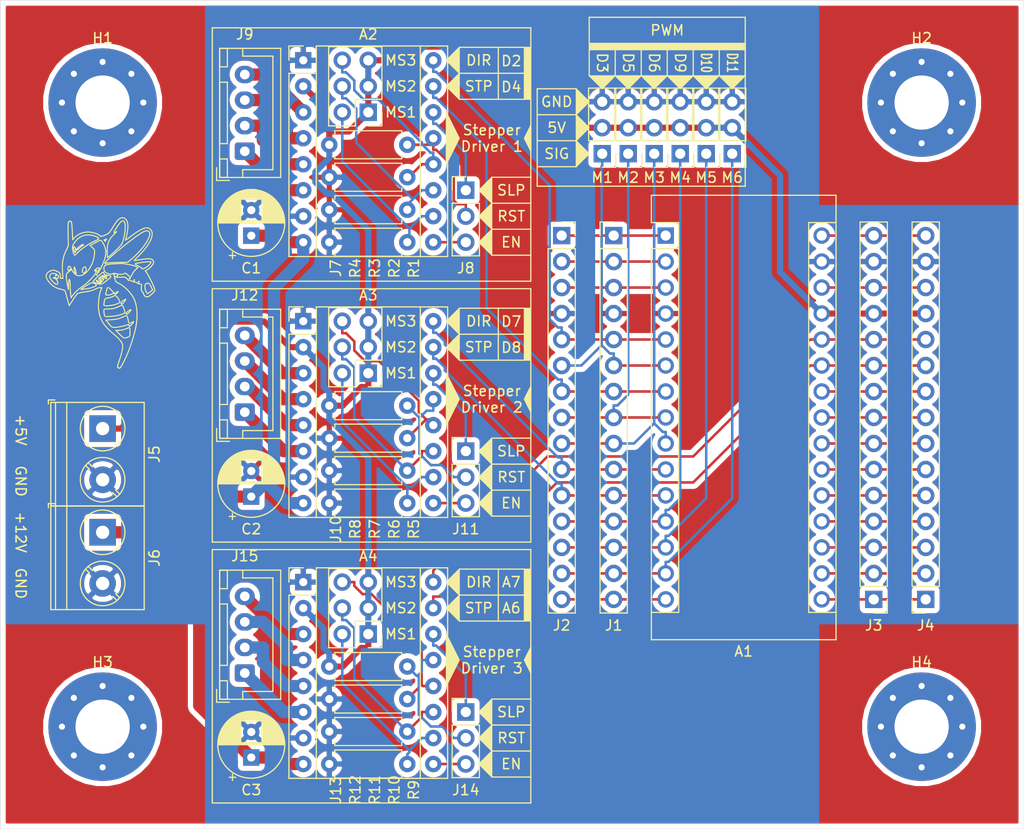
<source format=kicad_pcb>
(kicad_pcb (version 20171130) (host pcbnew 5.1.10)
  (layers (0 F.Cu signal) (31 B.Cu signal) (34 B.Paste user) (35 F.Paste user) (36 B.SilkS user) (37 F.SilkS user) (38 B.Mask user) (39 F.Mask user) (44 Edge.Cuts user))
  (net 0 "")
  (net 1 "Net-(A1-Pad16)")
  (net 2 "Net-(A1-Pad15)")
  (net 3 "Net-(A1-Pad30)")
  (net 4 "Net-(A1-Pad14)")
  (net 5 "Net-(A1-Pad13)")
  (net 6 "Net-(A1-Pad28)")
  (net 7 "Net-(A1-Pad12)")
  (net 8 "Net-(A1-Pad9)")
  (net 9 "Net-(A1-Pad24)")
  (net 10 "Net-(A1-Pad8)")
  (net 11 "Net-(A1-Pad23)")
  (net 12 "Net-(A1-Pad22)")
  (net 13 "Net-(A1-Pad6)")
  (net 14 "Net-(A1-Pad21)")
  (net 15 "Net-(A1-Pad20)")
  (net 16 "Net-(A1-Pad19)")
  (net 17 "Net-(A1-Pad3)")
  (net 18 "Net-(A1-Pad18)")
  (net 19 "Net-(A1-Pad2)")
  (net 20 "Net-(A1-Pad17)")
  (net 21 "Net-(A1-Pad1)")
  (net 22 GND)
  (net 23 +5V)
  (net 24 "Net-(A2-Pad14)")
  (net 25 "Net-(A2-Pad6)")
  (net 26 "Net-(A2-Pad13)")
  (net 27 "Net-(A2-Pad5)")
  (net 28 "Net-(A2-Pad12)")
  (net 29 "Net-(A2-Pad4)")
  (net 30 "Net-(A2-Pad11)")
  (net 31 "Net-(A2-Pad3)")
  (net 32 "Net-(A2-Pad10)")
  (net 33 "Net-(A2-Pad9)")
  (net 34 "Net-(A3-Pad14)")
  (net 35 "Net-(A3-Pad6)")
  (net 36 "Net-(A3-Pad13)")
  (net 37 "Net-(A3-Pad5)")
  (net 38 "Net-(A3-Pad12)")
  (net 39 "Net-(A3-Pad4)")
  (net 40 "Net-(A3-Pad11)")
  (net 41 "Net-(A3-Pad3)")
  (net 42 "Net-(A3-Pad10)")
  (net 43 "Net-(A3-Pad9)")
  (net 44 +12V)
  (net 45 /Stepper/DIR)
  (net 46 /Stepper/STEP)
  (net 47 /sheet610CB91D/DIR)
  (net 48 /sheet610CB91D/STEP)
  (net 49 /sheet60A7C39C/DIR)
  (net 50 /sheet60A7C39C/STEP)
  (net 51 "Net-(A4-Pad14)")
  (net 52 "Net-(A4-Pad6)")
  (net 53 "Net-(A4-Pad13)")
  (net 54 "Net-(A4-Pad5)")
  (net 55 "Net-(A4-Pad12)")
  (net 56 "Net-(A4-Pad4)")
  (net 57 "Net-(A4-Pad11)")
  (net 58 "Net-(A4-Pad3)")
  (net 59 "Net-(A4-Pad10)")
  (net 60 "Net-(A4-Pad9)")
  (module TerminalBlock_Phoenix:TerminalBlock_Phoenix_PT-1,5-2-5.0-H_1x02_P5.00mm_Horizontal (layer F.Cu) (at 120.24 107.58 270)
    (fp_text reference J6 (at 2.5 -5.06 90) (layer F.SilkS))
    (fp_text value Screw_Terminal_01x02)
    (pad 1 thru_hole rect (at 0 0 270) (size 2.6 2.6) (drill 1.3) (layers *.Cu *.Mask) (net 44 +12V))
    (pad 2 thru_hole circle (at 5 0 270) (size 2.6 2.6) (drill 1.3) (layers *.Cu *.Mask) (net 22 GND))
  )
  (module TerminalBlock_Phoenix:TerminalBlock_Phoenix_PT-1,5-2-5.0-H_1x02_P5.00mm_Horizontal (layer F.Cu) (at 120.24 97.445 270)
    (fp_text reference J5 (at 2.5 -5.06 90) (layer F.SilkS))
    (fp_text value Screw_Terminal_01x02)
    (pad 1 thru_hole rect (at 0 0 270) (size 2.6 2.6) (drill 1.3) (layers *.Cu *.Mask) (net 23 +5V))
    (pad 2 thru_hole circle (at 5 0 270) (size 2.6 2.6) (drill 1.3) (layers *.Cu *.Mask) (net 22 GND))
  )
  (module Connector_PinHeader_2.54mm:PinHeader_1x03_P2.54mm_Vertical (layer F.Cu) (at 171.58 70.58 180)
    (fp_text reference M2 (at 0 -2.33) (layer F.SilkS))
    (fp_text value Motor_Servo)
    (pad 1 thru_hole rect (at 0 0 180) (size 1.7 1.7) (drill 1) (layers *.Cu *.Mask) (net 10 "Net-(A1-Pad8)"))
    (pad 2 thru_hole oval (at 0 2.54 180) (size 1.7 1.7) (drill 1) (layers *.Cu *.Mask) (net 23 +5V))
    (pad 3 thru_hole oval (at 0 5.08 180) (size 1.7 1.7) (drill 1) (layers *.Cu *.Mask) (net 22 GND))
  )
  (module Connector_PinHeader_2.54mm:PinHeader_1x03_P2.54mm_Vertical (layer F.Cu) (at 169.04 70.58 180)
    (fp_text reference M1 (at 0 -2.33) (layer F.SilkS))
    (fp_text value Motor_Servo)
    (pad 1 thru_hole rect (at 0 0 180) (size 1.7 1.7) (drill 1) (layers *.Cu *.Mask) (net 13 "Net-(A1-Pad6)"))
    (pad 2 thru_hole oval (at 0 2.54 180) (size 1.7 1.7) (drill 1) (layers *.Cu *.Mask) (net 23 +5V))
    (pad 3 thru_hole oval (at 0 5.08 180) (size 1.7 1.7) (drill 1) (layers *.Cu *.Mask) (net 22 GND))
  )
  (module Connector_PinHeader_2.54mm:PinHeader_1x03_P2.54mm_Vertical (layer F.Cu) (at 176.66 70.58 180)
    (fp_text reference M4 (at 0 -2.33) (layer F.SilkS))
    (fp_text value Motor_Servo)
    (pad 1 thru_hole rect (at 0 0 180) (size 1.7 1.7) (drill 1) (layers *.Cu *.Mask) (net 7 "Net-(A1-Pad12)"))
    (pad 2 thru_hole oval (at 0 2.54 180) (size 1.7 1.7) (drill 1) (layers *.Cu *.Mask) (net 23 +5V))
    (pad 3 thru_hole oval (at 0 5.08 180) (size 1.7 1.7) (drill 1) (layers *.Cu *.Mask) (net 22 GND))
  )
  (module Connector_PinHeader_2.54mm:PinHeader_1x03_P2.54mm_Vertical (layer F.Cu) (at 179.2 70.58 180)
    (fp_text reference M5 (at 0 -2.33) (layer F.SilkS))
    (fp_text value Motor_Servo)
    (pad 1 thru_hole rect (at 0 0 180) (size 1.7 1.7) (drill 1) (layers *.Cu *.Mask) (net 5 "Net-(A1-Pad13)"))
    (pad 2 thru_hole oval (at 0 2.54 180) (size 1.7 1.7) (drill 1) (layers *.Cu *.Mask) (net 23 +5V))
    (pad 3 thru_hole oval (at 0 5.08 180) (size 1.7 1.7) (drill 1) (layers *.Cu *.Mask) (net 22 GND))
  )
  (module Connector_PinHeader_2.54mm:PinHeader_1x03_P2.54mm_Vertical (layer F.Cu) (at 181.74 70.58 180)
    (fp_text reference M6 (at 0 -2.33) (layer F.SilkS))
    (fp_text value Motor_Servo)
    (pad 1 thru_hole rect (at 0 0 180) (size 1.7 1.7) (drill 1) (layers *.Cu *.Mask) (net 4 "Net-(A1-Pad14)"))
    (pad 2 thru_hole oval (at 0 2.54 180) (size 1.7 1.7) (drill 1) (layers *.Cu *.Mask) (net 23 +5V))
    (pad 3 thru_hole oval (at 0 5.08 180) (size 1.7 1.7) (drill 1) (layers *.Cu *.Mask) (net 22 GND))
  )
  (module Connector_PinHeader_2.54mm:PinHeader_1x03_P2.54mm_Vertical (layer F.Cu) (at 174.12 70.58 180)
    (fp_text reference M3 (at 0 -2.33) (layer F.SilkS))
    (fp_text value Motor_Servo)
    (pad 1 thru_hole rect (at 0 0 180) (size 1.7 1.7) (drill 1) (layers *.Cu *.Mask) (net 8 "Net-(A1-Pad9)"))
    (pad 2 thru_hole oval (at 0 2.54 180) (size 1.7 1.7) (drill 1) (layers *.Cu *.Mask) (net 23 +5V))
    (pad 3 thru_hole oval (at 0 5.08 180) (size 1.7 1.7) (drill 1) (layers *.Cu *.Mask) (net 22 GND))
  )
  (module Resistor_THT:R_Axial_DIN0207_L6.3mm_D2.5mm_P7.62mm_Horizontal (layer F.Cu) (at 150 127.055 180)
    (fp_text reference R10 (at 1.27 -5.715 90) (layer F.SilkS))
    (fp_text value 10K)
    (pad 2 thru_hole oval (at 7.62 0 180) (size 1.6 1.6) (drill 0.8) (layers *.Cu *.Mask) (net 22 GND))
    (pad 1 thru_hole circle (at 0 0 180) (size 1.6 1.6) (drill 0.8) (layers *.Cu *.Mask) (net 57 "Net-(A4-Pad11)"))
  )
  (module Resistor_THT:R_Axial_DIN0207_L6.3mm_D2.5mm_P7.62mm_Horizontal (layer F.Cu) (at 150 123.88 180)
    (fp_text reference R11 (at 3.175 -8.89 90) (layer F.SilkS))
    (fp_text value 10K)
    (pad 2 thru_hole oval (at 7.62 0 180) (size 1.6 1.6) (drill 0.8) (layers *.Cu *.Mask) (net 22 GND))
    (pad 1 thru_hole circle (at 0 0 180) (size 1.6 1.6) (drill 0.8) (layers *.Cu *.Mask) (net 55 "Net-(A4-Pad12)"))
  )
  (module Capacitor_THT:CP_Radial_D6.3mm_P2.50mm (layer F.Cu) (at 134.76 129.595 90)
    (fp_text reference C3 (at -3.175 0 180) (layer F.SilkS))
    (fp_text value 100uF)
    (pad 2 thru_hole circle (at 2.5 0 90) (size 1.6 1.6) (drill 0.8) (layers *.Cu *.Mask) (net 22 GND))
    (pad 1 thru_hole rect (at 0 0 90) (size 1.6 1.6) (drill 0.8) (layers *.Cu *.Mask) (net 44 +12V))
  )
  (module Connector_JST:JST_XH_B4B-XH-A_1x04_P2.50mm_Vertical (layer F.Cu) (at 134.125 121.34 90)
    (fp_text reference J15 (at 11.43 0 180) (layer F.SilkS))
    (fp_text value Conn_01x04)
    (pad 4 thru_hole oval (at 7.5 0 90) (size 1.7 1.95) (drill 0.95) (layers *.Cu *.Mask) (net 58 "Net-(A4-Pad3)"))
    (pad 3 thru_hole oval (at 5 0 90) (size 1.7 1.95) (drill 0.95) (layers *.Cu *.Mask) (net 56 "Net-(A4-Pad4)"))
    (pad 2 thru_hole oval (at 2.5 0 90) (size 1.7 1.95) (drill 0.95) (layers *.Cu *.Mask) (net 54 "Net-(A4-Pad5)"))
    (pad 1 thru_hole roundrect (at 0 0 90) (size 1.7 1.95) (drill 0.95) (layers *.Cu *.Mask) (roundrect_rratio 0.1470588235294118) (net 52 "Net-(A4-Pad6)"))
  )
  (module Custom:Pololu_Breakout-16_15.2x20.3mm (layer F.Cu) (at 139.84 112.45)
    (fp_text reference A4 (at 6.35 -2.54) (layer F.SilkS))
    (fp_text value Pololu_Breakout_A4988)
    (pad 16 thru_hole oval (at 12.7 0) (size 1.6 1.6) (drill 0.8) (layers *.Cu *.Mask) (net 49 /sheet60A7C39C/DIR))
    (pad 8 thru_hole oval (at 0 17.78) (size 1.6 1.6) (drill 0.8) (layers *.Cu *.Mask) (net 44 +12V))
    (pad 15 thru_hole oval (at 12.7 2.54) (size 1.6 1.6) (drill 0.8) (layers *.Cu *.Mask) (net 50 /sheet60A7C39C/STEP))
    (pad 7 thru_hole oval (at 0 15.24) (size 1.6 1.6) (drill 0.8) (layers *.Cu *.Mask) (net 22 GND))
    (pad 14 thru_hole oval (at 12.7 5.08) (size 1.6 1.6) (drill 0.8) (layers *.Cu *.Mask) (net 51 "Net-(A4-Pad14)"))
    (pad 6 thru_hole oval (at 0 12.7) (size 1.6 1.6) (drill 0.8) (layers *.Cu *.Mask) (net 52 "Net-(A4-Pad6)"))
    (pad 13 thru_hole oval (at 12.7 7.62) (size 1.6 1.6) (drill 0.8) (layers *.Cu *.Mask) (net 53 "Net-(A4-Pad13)"))
    (pad 5 thru_hole oval (at 0 10.16) (size 1.6 1.6) (drill 0.8) (layers *.Cu *.Mask) (net 54 "Net-(A4-Pad5)"))
    (pad 12 thru_hole oval (at 12.7 10.16) (size 1.6 1.6) (drill 0.8) (layers *.Cu *.Mask) (net 55 "Net-(A4-Pad12)"))
    (pad 4 thru_hole oval (at 0 7.62) (size 1.6 1.6) (drill 0.8) (layers *.Cu *.Mask) (net 56 "Net-(A4-Pad4)"))
    (pad 11 thru_hole oval (at 12.7 12.7) (size 1.6 1.6) (drill 0.8) (layers *.Cu *.Mask) (net 57 "Net-(A4-Pad11)"))
    (pad 3 thru_hole oval (at 0 5.08) (size 1.6 1.6) (drill 0.8) (layers *.Cu *.Mask) (net 58 "Net-(A4-Pad3)"))
    (pad 10 thru_hole oval (at 12.7 15.24) (size 1.6 1.6) (drill 0.8) (layers *.Cu *.Mask) (net 59 "Net-(A4-Pad10)"))
    (pad 2 thru_hole oval (at 0 2.54) (size 1.6 1.6) (drill 0.8) (layers *.Cu *.Mask) (net 23 +5V))
    (pad 9 thru_hole oval (at 12.7 17.78) (size 1.6 1.6) (drill 0.8) (layers *.Cu *.Mask) (net 60 "Net-(A4-Pad9)"))
    (pad 1 thru_hole rect (at 0 0) (size 1.6 1.6) (drill 0.8) (layers *.Cu *.Mask) (net 22 GND))
  )
  (module Connector_PinHeader_2.54mm:PinHeader_2x03_P2.54mm_Vertical (layer F.Cu) (at 146.19 117.53 180)
    (fp_text reference J13 (at 3.175 -15.24 90) (layer F.SilkS))
    (fp_text value Conn_02x03_Odd_Even)
    (pad 6 thru_hole oval (at 2.54 5.08 180) (size 1.7 1.7) (drill 1) (layers *.Cu *.Mask) (net 55 "Net-(A4-Pad12)"))
    (pad 5 thru_hole oval (at 0 5.08 180) (size 1.7 1.7) (drill 1) (layers *.Cu *.Mask) (net 23 +5V))
    (pad 4 thru_hole oval (at 2.54 2.54 180) (size 1.7 1.7) (drill 1) (layers *.Cu *.Mask) (net 57 "Net-(A4-Pad11)"))
    (pad 3 thru_hole oval (at 0 2.54 180) (size 1.7 1.7) (drill 1) (layers *.Cu *.Mask) (net 23 +5V))
    (pad 2 thru_hole oval (at 2.54 0 180) (size 1.7 1.7) (drill 1) (layers *.Cu *.Mask) (net 59 "Net-(A4-Pad10)"))
    (pad 1 thru_hole rect (at 0 0 180) (size 1.7 1.7) (drill 1) (layers *.Cu *.Mask) (net 23 +5V))
  )
  (module Connector_PinHeader_2.54mm:PinHeader_1x03_P2.54mm_Vertical (layer F.Cu) (at 155.715 125.15)
    (fp_text reference J14 (at 0 7.62) (layer F.SilkS))
    (fp_text value Conn_01x03)
    (pad 3 thru_hole oval (at 0 5.08) (size 1.7 1.7) (drill 1) (layers *.Cu *.Mask) (net 60 "Net-(A4-Pad9)"))
    (pad 2 thru_hole oval (at 0 2.54) (size 1.7 1.7) (drill 1) (layers *.Cu *.Mask) (net 53 "Net-(A4-Pad13)"))
    (pad 1 thru_hole rect (at 0 0) (size 1.7 1.7) (drill 1) (layers *.Cu *.Mask) (net 51 "Net-(A4-Pad14)"))
  )
  (module Resistor_THT:R_Axial_DIN0207_L6.3mm_D2.5mm_P7.62mm_Horizontal (layer F.Cu) (at 150 120.705 180)
    (fp_text reference R12 (at 5.08 -12.065 90) (layer F.SilkS))
    (fp_text value 10K)
    (pad 2 thru_hole oval (at 7.62 0 180) (size 1.6 1.6) (drill 0.8) (layers *.Cu *.Mask) (net 23 +5V))
    (pad 1 thru_hole circle (at 0 0 180) (size 1.6 1.6) (drill 0.8) (layers *.Cu *.Mask) (net 53 "Net-(A4-Pad13)"))
  )
  (module Resistor_THT:R_Axial_DIN0207_L6.3mm_D2.5mm_P7.62mm_Horizontal (layer F.Cu) (at 150 130.23 180)
    (fp_text reference R9 (at -0.635 -2.54 90) (layer F.SilkS))
    (fp_text value 10K)
    (pad 2 thru_hole oval (at 7.62 0 180) (size 1.6 1.6) (drill 0.8) (layers *.Cu *.Mask) (net 22 GND))
    (pad 1 thru_hole circle (at 0 0 180) (size 1.6 1.6) (drill 0.8) (layers *.Cu *.Mask) (net 59 "Net-(A4-Pad10)"))
  )
  (module Capacitor_THT:CP_Radial_D6.3mm_P2.50mm (layer F.Cu) (at 134.76 104.095 90)
    (fp_text reference C2 (at -3.175 0 180) (layer F.SilkS))
    (fp_text value 100uF)
    (pad 2 thru_hole circle (at 2.5 0 90) (size 1.6 1.6) (drill 0.8) (layers *.Cu *.Mask) (net 22 GND))
    (pad 1 thru_hole rect (at 0 0 90) (size 1.6 1.6) (drill 0.8) (layers *.Cu *.Mask) (net 44 +12V))
  )
  (module Custom:Pololu_Breakout-16_15.2x20.3mm (layer F.Cu) (at 139.84 86.95)
    (fp_text reference A3 (at 6.35 -2.54) (layer F.SilkS))
    (fp_text value Pololu_Breakout_A4988)
    (pad 16 thru_hole oval (at 12.7 0) (size 1.6 1.6) (drill 0.8) (layers *.Cu *.Mask) (net 47 /sheet610CB91D/DIR))
    (pad 8 thru_hole oval (at 0 17.78) (size 1.6 1.6) (drill 0.8) (layers *.Cu *.Mask) (net 44 +12V))
    (pad 15 thru_hole oval (at 12.7 2.54) (size 1.6 1.6) (drill 0.8) (layers *.Cu *.Mask) (net 48 /sheet610CB91D/STEP))
    (pad 7 thru_hole oval (at 0 15.24) (size 1.6 1.6) (drill 0.8) (layers *.Cu *.Mask) (net 22 GND))
    (pad 14 thru_hole oval (at 12.7 5.08) (size 1.6 1.6) (drill 0.8) (layers *.Cu *.Mask) (net 34 "Net-(A3-Pad14)"))
    (pad 6 thru_hole oval (at 0 12.7) (size 1.6 1.6) (drill 0.8) (layers *.Cu *.Mask) (net 35 "Net-(A3-Pad6)"))
    (pad 13 thru_hole oval (at 12.7 7.62) (size 1.6 1.6) (drill 0.8) (layers *.Cu *.Mask) (net 36 "Net-(A3-Pad13)"))
    (pad 5 thru_hole oval (at 0 10.16) (size 1.6 1.6) (drill 0.8) (layers *.Cu *.Mask) (net 37 "Net-(A3-Pad5)"))
    (pad 12 thru_hole oval (at 12.7 10.16) (size 1.6 1.6) (drill 0.8) (layers *.Cu *.Mask) (net 38 "Net-(A3-Pad12)"))
    (pad 4 thru_hole oval (at 0 7.62) (size 1.6 1.6) (drill 0.8) (layers *.Cu *.Mask) (net 39 "Net-(A3-Pad4)"))
    (pad 11 thru_hole oval (at 12.7 12.7) (size 1.6 1.6) (drill 0.8) (layers *.Cu *.Mask) (net 40 "Net-(A3-Pad11)"))
    (pad 3 thru_hole oval (at 0 5.08) (size 1.6 1.6) (drill 0.8) (layers *.Cu *.Mask) (net 41 "Net-(A3-Pad3)"))
    (pad 10 thru_hole oval (at 12.7 15.24) (size 1.6 1.6) (drill 0.8) (layers *.Cu *.Mask) (net 42 "Net-(A3-Pad10)"))
    (pad 2 thru_hole oval (at 0 2.54) (size 1.6 1.6) (drill 0.8) (layers *.Cu *.Mask) (net 23 +5V))
    (pad 9 thru_hole oval (at 12.7 17.78) (size 1.6 1.6) (drill 0.8) (layers *.Cu *.Mask) (net 43 "Net-(A3-Pad9)"))
    (pad 1 thru_hole rect (at 0 0) (size 1.6 1.6) (drill 0.8) (layers *.Cu *.Mask) (net 22 GND))
  )
  (module Resistor_THT:R_Axial_DIN0207_L6.3mm_D2.5mm_P7.62mm_Horizontal (layer F.Cu) (at 150 95.205 180)
    (fp_text reference R8 (at 5.08 -12.065 90) (layer F.SilkS))
    (fp_text value 10K)
    (pad 2 thru_hole oval (at 7.62 0 180) (size 1.6 1.6) (drill 0.8) (layers *.Cu *.Mask) (net 23 +5V))
    (pad 1 thru_hole circle (at 0 0 180) (size 1.6 1.6) (drill 0.8) (layers *.Cu *.Mask) (net 36 "Net-(A3-Pad13)"))
  )
  (module Resistor_THT:R_Axial_DIN0207_L6.3mm_D2.5mm_P7.62mm_Horizontal (layer F.Cu) (at 150 98.38 180)
    (fp_text reference R7 (at 3.175 -8.89 90) (layer F.SilkS))
    (fp_text value 10K)
    (pad 2 thru_hole oval (at 7.62 0 180) (size 1.6 1.6) (drill 0.8) (layers *.Cu *.Mask) (net 22 GND))
    (pad 1 thru_hole circle (at 0 0 180) (size 1.6 1.6) (drill 0.8) (layers *.Cu *.Mask) (net 38 "Net-(A3-Pad12)"))
  )
  (module Resistor_THT:R_Axial_DIN0207_L6.3mm_D2.5mm_P7.62mm_Horizontal (layer F.Cu) (at 150 101.555 180)
    (fp_text reference R6 (at 1.27 -5.715 90) (layer F.SilkS))
    (fp_text value 10K)
    (pad 2 thru_hole oval (at 7.62 0 180) (size 1.6 1.6) (drill 0.8) (layers *.Cu *.Mask) (net 22 GND))
    (pad 1 thru_hole circle (at 0 0 180) (size 1.6 1.6) (drill 0.8) (layers *.Cu *.Mask) (net 40 "Net-(A3-Pad11)"))
  )
  (module Resistor_THT:R_Axial_DIN0207_L6.3mm_D2.5mm_P7.62mm_Horizontal (layer F.Cu) (at 150 104.73 180)
    (fp_text reference R5 (at -0.635 -2.54 90) (layer F.SilkS))
    (fp_text value 10K)
    (pad 2 thru_hole oval (at 7.62 0 180) (size 1.6 1.6) (drill 0.8) (layers *.Cu *.Mask) (net 22 GND))
    (pad 1 thru_hole circle (at 0 0 180) (size 1.6 1.6) (drill 0.8) (layers *.Cu *.Mask) (net 42 "Net-(A3-Pad10)"))
  )
  (module Connector_JST:JST_XH_B4B-XH-A_1x04_P2.50mm_Vertical (layer F.Cu) (at 134.125 95.84 90)
    (fp_text reference J12 (at 11.43 0 180) (layer F.SilkS))
    (fp_text value Conn_01x04)
    (pad 4 thru_hole oval (at 7.5 0 90) (size 1.7 1.95) (drill 0.95) (layers *.Cu *.Mask) (net 41 "Net-(A3-Pad3)"))
    (pad 3 thru_hole oval (at 5 0 90) (size 1.7 1.95) (drill 0.95) (layers *.Cu *.Mask) (net 39 "Net-(A3-Pad4)"))
    (pad 2 thru_hole oval (at 2.5 0 90) (size 1.7 1.95) (drill 0.95) (layers *.Cu *.Mask) (net 37 "Net-(A3-Pad5)"))
    (pad 1 thru_hole roundrect (at 0 0 90) (size 1.7 1.95) (drill 0.95) (layers *.Cu *.Mask) (roundrect_rratio 0.1470588235294118) (net 35 "Net-(A3-Pad6)"))
  )
  (module Connector_PinHeader_2.54mm:PinHeader_2x03_P2.54mm_Vertical (layer F.Cu) (at 146.19 92.03 180)
    (fp_text reference J10 (at 3.175 -15.24 90) (layer F.SilkS))
    (fp_text value Conn_02x03_Odd_Even)
    (pad 6 thru_hole oval (at 2.54 5.08 180) (size 1.7 1.7) (drill 1) (layers *.Cu *.Mask) (net 38 "Net-(A3-Pad12)"))
    (pad 5 thru_hole oval (at 0 5.08 180) (size 1.7 1.7) (drill 1) (layers *.Cu *.Mask) (net 23 +5V))
    (pad 4 thru_hole oval (at 2.54 2.54 180) (size 1.7 1.7) (drill 1) (layers *.Cu *.Mask) (net 40 "Net-(A3-Pad11)"))
    (pad 3 thru_hole oval (at 0 2.54 180) (size 1.7 1.7) (drill 1) (layers *.Cu *.Mask) (net 23 +5V))
    (pad 2 thru_hole oval (at 2.54 0 180) (size 1.7 1.7) (drill 1) (layers *.Cu *.Mask) (net 42 "Net-(A3-Pad10)"))
    (pad 1 thru_hole rect (at 0 0 180) (size 1.7 1.7) (drill 1) (layers *.Cu *.Mask) (net 23 +5V))
  )
  (module Connector_PinHeader_2.54mm:PinHeader_1x03_P2.54mm_Vertical (layer F.Cu) (at 155.715 99.65)
    (fp_text reference J11 (at 0 7.62) (layer F.SilkS))
    (fp_text value Conn_01x03)
    (pad 3 thru_hole oval (at 0 5.08) (size 1.7 1.7) (drill 1) (layers *.Cu *.Mask) (net 43 "Net-(A3-Pad9)"))
    (pad 2 thru_hole oval (at 0 2.54) (size 1.7 1.7) (drill 1) (layers *.Cu *.Mask) (net 36 "Net-(A3-Pad13)"))
    (pad 1 thru_hole rect (at 0 0) (size 1.7 1.7) (drill 1) (layers *.Cu *.Mask) (net 34 "Net-(A3-Pad14)"))
  )
  (module MountingHole:MountingHole_5.3mm_M5_Pad_Via (layer F.Cu) (at 200.24 126.58)
    (fp_text reference H4 (at 0 -6.3) (layer F.SilkS))
    (fp_text value MountingHole)
    (pad 1 thru_hole circle (at 2.810749 -2.810749) (size 0.9 0.9) (drill 0.6) (layers *.Cu *.Mask))
    (pad 1 thru_hole circle (at 0 -3.975) (size 0.9 0.9) (drill 0.6) (layers *.Cu *.Mask))
    (pad 1 thru_hole circle (at -2.810749 -2.810749) (size 0.9 0.9) (drill 0.6) (layers *.Cu *.Mask))
    (pad 1 thru_hole circle (at -3.975 0) (size 0.9 0.9) (drill 0.6) (layers *.Cu *.Mask))
    (pad 1 thru_hole circle (at -2.810749 2.810749) (size 0.9 0.9) (drill 0.6) (layers *.Cu *.Mask))
    (pad 1 thru_hole circle (at 0 3.975) (size 0.9 0.9) (drill 0.6) (layers *.Cu *.Mask))
    (pad 1 thru_hole circle (at 2.810749 2.810749) (size 0.9 0.9) (drill 0.6) (layers *.Cu *.Mask))
    (pad 1 thru_hole circle (at 3.975 0) (size 0.9 0.9) (drill 0.6) (layers *.Cu *.Mask))
    (pad 1 thru_hole circle (at 0 0) (size 10.6 10.6) (drill 5.3) (layers *.Cu *.Mask))
  )
  (module MountingHole:MountingHole_5.3mm_M5_Pad_Via (layer F.Cu) (at 120.24 126.58)
    (fp_text reference H3 (at 0 -6.3) (layer F.SilkS))
    (fp_text value MountingHole)
    (pad 1 thru_hole circle (at 2.810749 -2.810749) (size 0.9 0.9) (drill 0.6) (layers *.Cu *.Mask))
    (pad 1 thru_hole circle (at 0 -3.975) (size 0.9 0.9) (drill 0.6) (layers *.Cu *.Mask))
    (pad 1 thru_hole circle (at -2.810749 -2.810749) (size 0.9 0.9) (drill 0.6) (layers *.Cu *.Mask))
    (pad 1 thru_hole circle (at -3.975 0) (size 0.9 0.9) (drill 0.6) (layers *.Cu *.Mask))
    (pad 1 thru_hole circle (at -2.810749 2.810749) (size 0.9 0.9) (drill 0.6) (layers *.Cu *.Mask))
    (pad 1 thru_hole circle (at 0 3.975) (size 0.9 0.9) (drill 0.6) (layers *.Cu *.Mask))
    (pad 1 thru_hole circle (at 2.810749 2.810749) (size 0.9 0.9) (drill 0.6) (layers *.Cu *.Mask))
    (pad 1 thru_hole circle (at 3.975 0) (size 0.9 0.9) (drill 0.6) (layers *.Cu *.Mask))
    (pad 1 thru_hole circle (at 0 0) (size 10.6 10.6) (drill 5.3) (layers *.Cu *.Mask))
  )
  (module MountingHole:MountingHole_5.3mm_M5_Pad_Via (layer F.Cu) (at 200.24 65.58)
    (fp_text reference H2 (at 0 -6.3) (layer F.SilkS))
    (fp_text value MountingHole)
    (pad 1 thru_hole circle (at 2.810749 -2.810749) (size 0.9 0.9) (drill 0.6) (layers *.Cu *.Mask))
    (pad 1 thru_hole circle (at 0 -3.975) (size 0.9 0.9) (drill 0.6) (layers *.Cu *.Mask))
    (pad 1 thru_hole circle (at -2.810749 -2.810749) (size 0.9 0.9) (drill 0.6) (layers *.Cu *.Mask))
    (pad 1 thru_hole circle (at -3.975 0) (size 0.9 0.9) (drill 0.6) (layers *.Cu *.Mask))
    (pad 1 thru_hole circle (at -2.810749 2.810749) (size 0.9 0.9) (drill 0.6) (layers *.Cu *.Mask))
    (pad 1 thru_hole circle (at 0 3.975) (size 0.9 0.9) (drill 0.6) (layers *.Cu *.Mask))
    (pad 1 thru_hole circle (at 2.810749 2.810749) (size 0.9 0.9) (drill 0.6) (layers *.Cu *.Mask))
    (pad 1 thru_hole circle (at 3.975 0) (size 0.9 0.9) (drill 0.6) (layers *.Cu *.Mask))
    (pad 1 thru_hole circle (at 0 0) (size 10.6 10.6) (drill 5.3) (layers *.Cu *.Mask))
  )
  (module MountingHole:MountingHole_5.3mm_M5_Pad_Via (layer F.Cu) (at 120.24 65.58)
    (fp_text reference H1 (at 0 -6.3) (layer F.SilkS))
    (fp_text value MountingHole)
    (pad 1 thru_hole circle (at 2.810749 -2.810749) (size 0.9 0.9) (drill 0.6) (layers *.Cu *.Mask))
    (pad 1 thru_hole circle (at 0 -3.975) (size 0.9 0.9) (drill 0.6) (layers *.Cu *.Mask))
    (pad 1 thru_hole circle (at -2.810749 -2.810749) (size 0.9 0.9) (drill 0.6) (layers *.Cu *.Mask))
    (pad 1 thru_hole circle (at -3.975 0) (size 0.9 0.9) (drill 0.6) (layers *.Cu *.Mask))
    (pad 1 thru_hole circle (at -2.810749 2.810749) (size 0.9 0.9) (drill 0.6) (layers *.Cu *.Mask))
    (pad 1 thru_hole circle (at 0 3.975) (size 0.9 0.9) (drill 0.6) (layers *.Cu *.Mask))
    (pad 1 thru_hole circle (at 2.810749 2.810749) (size 0.9 0.9) (drill 0.6) (layers *.Cu *.Mask))
    (pad 1 thru_hole circle (at 3.975 0) (size 0.9 0.9) (drill 0.6) (layers *.Cu *.Mask))
    (pad 1 thru_hole circle (at 0 0) (size 10.6 10.6) (drill 5.3) (layers *.Cu *.Mask))
  )
  (module Capacitor_THT:CP_Radial_D6.3mm_P2.50mm (layer F.Cu) (at 134.76 78.595 90)
    (fp_text reference C1 (at -3.175 0 180) (layer F.SilkS))
    (fp_text value 100uF)
    (pad 1 thru_hole rect (at 0 0 90) (size 1.6 1.6) (drill 0.8) (layers *.Cu *.Mask) (net 44 +12V))
    (pad 2 thru_hole circle (at 2.5 0 90) (size 1.6 1.6) (drill 0.8) (layers *.Cu *.Mask) (net 22 GND))
  )
  (module Resistor_THT:R_Axial_DIN0207_L6.3mm_D2.5mm_P7.62mm_Horizontal (layer F.Cu) (at 150 69.705 180)
    (fp_text reference R4 (at 5.08 -12.065 90) (layer F.SilkS))
    (fp_text value 10K)
    (pad 1 thru_hole circle (at 0 0 180) (size 1.6 1.6) (drill 0.8) (layers *.Cu *.Mask) (net 26 "Net-(A2-Pad13)"))
    (pad 2 thru_hole oval (at 7.62 0 180) (size 1.6 1.6) (drill 0.8) (layers *.Cu *.Mask) (net 23 +5V))
  )
  (module Resistor_THT:R_Axial_DIN0207_L6.3mm_D2.5mm_P7.62mm_Horizontal (layer F.Cu) (at 150 72.88 180)
    (fp_text reference R3 (at 3.175 -8.89 90) (layer F.SilkS))
    (fp_text value 10K)
    (pad 1 thru_hole circle (at 0 0 180) (size 1.6 1.6) (drill 0.8) (layers *.Cu *.Mask) (net 28 "Net-(A2-Pad12)"))
    (pad 2 thru_hole oval (at 7.62 0 180) (size 1.6 1.6) (drill 0.8) (layers *.Cu *.Mask) (net 22 GND))
  )
  (module Resistor_THT:R_Axial_DIN0207_L6.3mm_D2.5mm_P7.62mm_Horizontal (layer F.Cu) (at 150 76.055 180)
    (fp_text reference R2 (at 1.27 -5.715 90) (layer F.SilkS))
    (fp_text value 10K)
    (pad 1 thru_hole circle (at 0 0 180) (size 1.6 1.6) (drill 0.8) (layers *.Cu *.Mask) (net 30 "Net-(A2-Pad11)"))
    (pad 2 thru_hole oval (at 7.62 0 180) (size 1.6 1.6) (drill 0.8) (layers *.Cu *.Mask) (net 22 GND))
  )
  (module Resistor_THT:R_Axial_DIN0207_L6.3mm_D2.5mm_P7.62mm_Horizontal (layer F.Cu) (at 150 79.23 180)
    (fp_text reference R1 (at -0.635 -2.54 90) (layer F.SilkS))
    (fp_text value 10K)
    (pad 1 thru_hole circle (at 0 0 180) (size 1.6 1.6) (drill 0.8) (layers *.Cu *.Mask) (net 32 "Net-(A2-Pad10)"))
    (pad 2 thru_hole oval (at 7.62 0 180) (size 1.6 1.6) (drill 0.8) (layers *.Cu *.Mask) (net 22 GND))
  )
  (module Connector_JST:JST_XH_B4B-XH-A_1x04_P2.50mm_Vertical (layer F.Cu) (at 134.125 70.34 90)
    (fp_text reference J9 (at 11.43 0 180) (layer F.SilkS))
    (fp_text value Conn_01x04)
    (pad 1 thru_hole roundrect (at 0 0 90) (size 1.7 1.95) (drill 0.95) (layers *.Cu *.Mask) (roundrect_rratio 0.1470588235294118) (net 25 "Net-(A2-Pad6)"))
    (pad 2 thru_hole oval (at 2.5 0 90) (size 1.7 1.95) (drill 0.95) (layers *.Cu *.Mask) (net 27 "Net-(A2-Pad5)"))
    (pad 3 thru_hole oval (at 5 0 90) (size 1.7 1.95) (drill 0.95) (layers *.Cu *.Mask) (net 29 "Net-(A2-Pad4)"))
    (pad 4 thru_hole oval (at 7.5 0 90) (size 1.7 1.95) (drill 0.95) (layers *.Cu *.Mask) (net 31 "Net-(A2-Pad3)"))
  )
  (module Connector_PinHeader_2.54mm:PinHeader_1x03_P2.54mm_Vertical (layer F.Cu) (at 155.715 74.15)
    (fp_text reference J8 (at 0 7.62) (layer F.SilkS))
    (fp_text value Conn_01x03)
    (pad 1 thru_hole rect (at 0 0) (size 1.7 1.7) (drill 1) (layers *.Cu *.Mask) (net 24 "Net-(A2-Pad14)"))
    (pad 2 thru_hole oval (at 0 2.54) (size 1.7 1.7) (drill 1) (layers *.Cu *.Mask) (net 26 "Net-(A2-Pad13)"))
    (pad 3 thru_hole oval (at 0 5.08) (size 1.7 1.7) (drill 1) (layers *.Cu *.Mask) (net 33 "Net-(A2-Pad9)"))
  )
  (module Connector_PinHeader_2.54mm:PinHeader_2x03_P2.54mm_Vertical (layer F.Cu) (at 146.19 66.53 180)
    (fp_text reference J7 (at 3.175 -15.24 90) (layer F.SilkS))
    (fp_text value Conn_02x03_Odd_Even)
    (pad 1 thru_hole rect (at 0 0 180) (size 1.7 1.7) (drill 1) (layers *.Cu *.Mask) (net 23 +5V))
    (pad 2 thru_hole oval (at 2.54 0 180) (size 1.7 1.7) (drill 1) (layers *.Cu *.Mask) (net 32 "Net-(A2-Pad10)"))
    (pad 3 thru_hole oval (at 0 2.54 180) (size 1.7 1.7) (drill 1) (layers *.Cu *.Mask) (net 23 +5V))
    (pad 4 thru_hole oval (at 2.54 2.54 180) (size 1.7 1.7) (drill 1) (layers *.Cu *.Mask) (net 30 "Net-(A2-Pad11)"))
    (pad 5 thru_hole oval (at 0 5.08 180) (size 1.7 1.7) (drill 1) (layers *.Cu *.Mask) (net 23 +5V))
    (pad 6 thru_hole oval (at 2.54 5.08 180) (size 1.7 1.7) (drill 1) (layers *.Cu *.Mask) (net 28 "Net-(A2-Pad12)"))
  )
  (module Custom:Pololu_Breakout-16_15.2x20.3mm (layer F.Cu) (at 139.84 61.45)
    (fp_text reference A2 (at 6.35 -2.54) (layer F.SilkS))
    (fp_text value Pololu_Breakout_A4988)
    (pad 1 thru_hole rect (at 0 0) (size 1.6 1.6) (drill 0.8) (layers *.Cu *.Mask) (net 22 GND))
    (pad 9 thru_hole oval (at 12.7 17.78) (size 1.6 1.6) (drill 0.8) (layers *.Cu *.Mask) (net 33 "Net-(A2-Pad9)"))
    (pad 2 thru_hole oval (at 0 2.54) (size 1.6 1.6) (drill 0.8) (layers *.Cu *.Mask) (net 23 +5V))
    (pad 10 thru_hole oval (at 12.7 15.24) (size 1.6 1.6) (drill 0.8) (layers *.Cu *.Mask) (net 32 "Net-(A2-Pad10)"))
    (pad 3 thru_hole oval (at 0 5.08) (size 1.6 1.6) (drill 0.8) (layers *.Cu *.Mask) (net 31 "Net-(A2-Pad3)"))
    (pad 11 thru_hole oval (at 12.7 12.7) (size 1.6 1.6) (drill 0.8) (layers *.Cu *.Mask) (net 30 "Net-(A2-Pad11)"))
    (pad 4 thru_hole oval (at 0 7.62) (size 1.6 1.6) (drill 0.8) (layers *.Cu *.Mask) (net 29 "Net-(A2-Pad4)"))
    (pad 12 thru_hole oval (at 12.7 10.16) (size 1.6 1.6) (drill 0.8) (layers *.Cu *.Mask) (net 28 "Net-(A2-Pad12)"))
    (pad 5 thru_hole oval (at 0 10.16) (size 1.6 1.6) (drill 0.8) (layers *.Cu *.Mask) (net 27 "Net-(A2-Pad5)"))
    (pad 13 thru_hole oval (at 12.7 7.62) (size 1.6 1.6) (drill 0.8) (layers *.Cu *.Mask) (net 26 "Net-(A2-Pad13)"))
    (pad 6 thru_hole oval (at 0 12.7) (size 1.6 1.6) (drill 0.8) (layers *.Cu *.Mask) (net 25 "Net-(A2-Pad6)"))
    (pad 14 thru_hole oval (at 12.7 5.08) (size 1.6 1.6) (drill 0.8) (layers *.Cu *.Mask) (net 24 "Net-(A2-Pad14)"))
    (pad 7 thru_hole oval (at 0 15.24) (size 1.6 1.6) (drill 0.8) (layers *.Cu *.Mask) (net 22 GND))
    (pad 15 thru_hole oval (at 12.7 2.54) (size 1.6 1.6) (drill 0.8) (layers *.Cu *.Mask) (net 46 /Stepper/STEP))
    (pad 8 thru_hole oval (at 0 17.78) (size 1.6 1.6) (drill 0.8) (layers *.Cu *.Mask) (net 44 +12V))
    (pad 16 thru_hole oval (at 12.7 0) (size 1.6 1.6) (drill 0.8) (layers *.Cu *.Mask) (net 45 /Stepper/DIR))
  )
  (module Custom:Arduino_Nano (layer F.Cu) (at 175.24 78.58)
    (fp_text reference A1 (at 7.62 40.64) (layer F.SilkS))
    (fp_text value Arduino_Nano_v3.x)
    (pad 16 thru_hole oval (at 15.24 35.56) (size 1.6 1.6) (drill 1) (layers *.Cu *.Mask) (net 1 "Net-(A1-Pad16)"))
    (pad 15 thru_hole oval (at 0 35.56) (size 1.6 1.6) (drill 1) (layers *.Cu *.Mask) (net 2 "Net-(A1-Pad15)"))
    (pad 30 thru_hole oval (at 15.24 0) (size 1.6 1.6) (drill 1) (layers *.Cu *.Mask) (net 3 "Net-(A1-Pad30)"))
    (pad 14 thru_hole oval (at 0 33.02) (size 1.6 1.6) (drill 1) (layers *.Cu *.Mask) (net 4 "Net-(A1-Pad14)"))
    (pad 29 thru_hole oval (at 15.24 2.54) (size 1.6 1.6) (drill 1) (layers *.Cu *.Mask) (net 22 GND))
    (pad 13 thru_hole oval (at 0 30.48) (size 1.6 1.6) (drill 1) (layers *.Cu *.Mask) (net 5 "Net-(A1-Pad13)"))
    (pad 28 thru_hole oval (at 15.24 5.08) (size 1.6 1.6) (drill 1) (layers *.Cu *.Mask) (net 6 "Net-(A1-Pad28)"))
    (pad 12 thru_hole oval (at 0 27.94) (size 1.6 1.6) (drill 1) (layers *.Cu *.Mask) (net 7 "Net-(A1-Pad12)"))
    (pad 27 thru_hole oval (at 15.24 7.62) (size 1.6 1.6) (drill 1) (layers *.Cu *.Mask) (net 23 +5V))
    (pad 11 thru_hole oval (at 0 25.4) (size 1.6 1.6) (drill 1) (layers *.Cu *.Mask) (net 48 /sheet610CB91D/STEP))
    (pad 26 thru_hole oval (at 15.24 10.16) (size 1.6 1.6) (drill 1) (layers *.Cu *.Mask) (net 49 /sheet60A7C39C/DIR))
    (pad 10 thru_hole oval (at 0 22.86) (size 1.6 1.6) (drill 1) (layers *.Cu *.Mask) (net 47 /sheet610CB91D/DIR))
    (pad 25 thru_hole oval (at 15.24 12.7) (size 1.6 1.6) (drill 1) (layers *.Cu *.Mask) (net 50 /sheet60A7C39C/STEP))
    (pad 9 thru_hole oval (at 0 20.32) (size 1.6 1.6) (drill 1) (layers *.Cu *.Mask) (net 8 "Net-(A1-Pad9)"))
    (pad 24 thru_hole oval (at 15.24 15.24) (size 1.6 1.6) (drill 1) (layers *.Cu *.Mask) (net 9 "Net-(A1-Pad24)"))
    (pad 8 thru_hole oval (at 0 17.78) (size 1.6 1.6) (drill 1) (layers *.Cu *.Mask) (net 10 "Net-(A1-Pad8)"))
    (pad 23 thru_hole oval (at 15.24 17.78) (size 1.6 1.6) (drill 1) (layers *.Cu *.Mask) (net 11 "Net-(A1-Pad23)"))
    (pad 7 thru_hole oval (at 0 15.24) (size 1.6 1.6) (drill 1) (layers *.Cu *.Mask) (net 46 /Stepper/STEP))
    (pad 22 thru_hole oval (at 15.24 20.32) (size 1.6 1.6) (drill 1) (layers *.Cu *.Mask) (net 12 "Net-(A1-Pad22)"))
    (pad 6 thru_hole oval (at 0 12.7) (size 1.6 1.6) (drill 1) (layers *.Cu *.Mask) (net 13 "Net-(A1-Pad6)"))
    (pad 21 thru_hole oval (at 15.24 22.86) (size 1.6 1.6) (drill 1) (layers *.Cu *.Mask) (net 14 "Net-(A1-Pad21)"))
    (pad 5 thru_hole oval (at 0 10.16) (size 1.6 1.6) (drill 1) (layers *.Cu *.Mask) (net 45 /Stepper/DIR))
    (pad 20 thru_hole oval (at 15.24 25.4) (size 1.6 1.6) (drill 1) (layers *.Cu *.Mask) (net 15 "Net-(A1-Pad20)"))
    (pad 4 thru_hole oval (at 0 7.62) (size 1.6 1.6) (drill 1) (layers *.Cu *.Mask) (net 22 GND))
    (pad 19 thru_hole oval (at 15.24 27.94) (size 1.6 1.6) (drill 1) (layers *.Cu *.Mask) (net 16 "Net-(A1-Pad19)"))
    (pad 3 thru_hole oval (at 0 5.08) (size 1.6 1.6) (drill 1) (layers *.Cu *.Mask) (net 17 "Net-(A1-Pad3)"))
    (pad 18 thru_hole oval (at 15.24 30.48) (size 1.6 1.6) (drill 1) (layers *.Cu *.Mask) (net 18 "Net-(A1-Pad18)"))
    (pad 2 thru_hole oval (at 0 2.54) (size 1.6 1.6) (drill 1) (layers *.Cu *.Mask) (net 19 "Net-(A1-Pad2)"))
    (pad 17 thru_hole oval (at 15.24 33.02) (size 1.6 1.6) (drill 1) (layers *.Cu *.Mask) (net 20 "Net-(A1-Pad17)"))
    (pad 1 thru_hole rect (at 0 0) (size 1.6 1.6) (drill 1) (layers *.Cu *.Mask) (net 21 "Net-(A1-Pad1)"))
  )
  (module Connector_PinSocket_2.54mm:PinSocket_1x15_P2.54mm_Vertical (layer F.Cu) (at 200.64 114.14 180)
    (fp_text reference J4 (at 0 -2.54) (layer F.SilkS))
    (fp_text value Conn_01x15)
    (pad 15 thru_hole oval (at 0 35.56 180) (size 1.7 1.7) (drill 1) (layers *.Cu *.Mask) (net 3 "Net-(A1-Pad30)"))
    (pad 14 thru_hole oval (at 0 33.02 180) (size 1.7 1.7) (drill 1) (layers *.Cu *.Mask) (net 22 GND))
    (pad 13 thru_hole oval (at 0 30.48 180) (size 1.7 1.7) (drill 1) (layers *.Cu *.Mask) (net 6 "Net-(A1-Pad28)"))
    (pad 12 thru_hole oval (at 0 27.94 180) (size 1.7 1.7) (drill 1) (layers *.Cu *.Mask) (net 23 +5V))
    (pad 11 thru_hole oval (at 0 25.4 180) (size 1.7 1.7) (drill 1) (layers *.Cu *.Mask) (net 49 /sheet60A7C39C/DIR))
    (pad 10 thru_hole oval (at 0 22.86 180) (size 1.7 1.7) (drill 1) (layers *.Cu *.Mask) (net 50 /sheet60A7C39C/STEP))
    (pad 9 thru_hole oval (at 0 20.32 180) (size 1.7 1.7) (drill 1) (layers *.Cu *.Mask) (net 9 "Net-(A1-Pad24)"))
    (pad 8 thru_hole oval (at 0 17.78 180) (size 1.7 1.7) (drill 1) (layers *.Cu *.Mask) (net 11 "Net-(A1-Pad23)"))
    (pad 7 thru_hole oval (at 0 15.24 180) (size 1.7 1.7) (drill 1) (layers *.Cu *.Mask) (net 12 "Net-(A1-Pad22)"))
    (pad 6 thru_hole oval (at 0 12.7 180) (size 1.7 1.7) (drill 1) (layers *.Cu *.Mask) (net 14 "Net-(A1-Pad21)"))
    (pad 5 thru_hole oval (at 0 10.16 180) (size 1.7 1.7) (drill 1) (layers *.Cu *.Mask) (net 15 "Net-(A1-Pad20)"))
    (pad 4 thru_hole oval (at 0 7.62 180) (size 1.7 1.7) (drill 1) (layers *.Cu *.Mask) (net 16 "Net-(A1-Pad19)"))
    (pad 3 thru_hole oval (at 0 5.08 180) (size 1.7 1.7) (drill 1) (layers *.Cu *.Mask) (net 18 "Net-(A1-Pad18)"))
    (pad 2 thru_hole oval (at 0 2.54 180) (size 1.7 1.7) (drill 1) (layers *.Cu *.Mask) (net 20 "Net-(A1-Pad17)"))
    (pad 1 thru_hole rect (at 0 0 180) (size 1.7 1.7) (drill 1) (layers *.Cu *.Mask) (net 1 "Net-(A1-Pad16)"))
  )
  (module Connector_PinSocket_2.54mm:PinSocket_1x15_P2.54mm_Vertical (layer F.Cu) (at 165.08 78.58)
    (fp_text reference J2 (at 0 38.1) (layer F.SilkS))
    (fp_text value Conn_01x15)
    (pad 15 thru_hole oval (at 0 35.56) (size 1.7 1.7) (drill 1) (layers *.Cu *.Mask) (net 2 "Net-(A1-Pad15)"))
    (pad 14 thru_hole oval (at 0 33.02) (size 1.7 1.7) (drill 1) (layers *.Cu *.Mask) (net 4 "Net-(A1-Pad14)"))
    (pad 13 thru_hole oval (at 0 30.48) (size 1.7 1.7) (drill 1) (layers *.Cu *.Mask) (net 5 "Net-(A1-Pad13)"))
    (pad 12 thru_hole oval (at 0 27.94) (size 1.7 1.7) (drill 1) (layers *.Cu *.Mask) (net 7 "Net-(A1-Pad12)"))
    (pad 11 thru_hole oval (at 0 25.4) (size 1.7 1.7) (drill 1) (layers *.Cu *.Mask) (net 48 /sheet610CB91D/STEP))
    (pad 10 thru_hole oval (at 0 22.86) (size 1.7 1.7) (drill 1) (layers *.Cu *.Mask) (net 47 /sheet610CB91D/DIR))
    (pad 9 thru_hole oval (at 0 20.32) (size 1.7 1.7) (drill 1) (layers *.Cu *.Mask) (net 8 "Net-(A1-Pad9)"))
    (pad 8 thru_hole oval (at 0 17.78) (size 1.7 1.7) (drill 1) (layers *.Cu *.Mask) (net 10 "Net-(A1-Pad8)"))
    (pad 7 thru_hole oval (at 0 15.24) (size 1.7 1.7) (drill 1) (layers *.Cu *.Mask) (net 46 /Stepper/STEP))
    (pad 6 thru_hole oval (at 0 12.7) (size 1.7 1.7) (drill 1) (layers *.Cu *.Mask) (net 13 "Net-(A1-Pad6)"))
    (pad 5 thru_hole oval (at 0 10.16) (size 1.7 1.7) (drill 1) (layers *.Cu *.Mask) (net 45 /Stepper/DIR))
    (pad 4 thru_hole oval (at 0 7.62) (size 1.7 1.7) (drill 1) (layers *.Cu *.Mask) (net 22 GND))
    (pad 3 thru_hole oval (at 0 5.08) (size 1.7 1.7) (drill 1) (layers *.Cu *.Mask) (net 17 "Net-(A1-Pad3)"))
    (pad 2 thru_hole oval (at 0 2.54) (size 1.7 1.7) (drill 1) (layers *.Cu *.Mask) (net 19 "Net-(A1-Pad2)"))
    (pad 1 thru_hole rect (at 0 0) (size 1.7 1.7) (drill 1) (layers *.Cu *.Mask) (net 21 "Net-(A1-Pad1)"))
  )
  (module Connector_PinHeader_2.54mm:PinHeader_1x15_P2.54mm_Vertical (layer F.Cu) (at 195.56 114.14 180)
    (fp_text reference J3 (at 0 -2.54) (layer F.SilkS))
    (fp_text value Conn_01x15)
    (pad 15 thru_hole oval (at 0 35.56 180) (size 1.7 1.7) (drill 1) (layers *.Cu *.Mask) (net 3 "Net-(A1-Pad30)"))
    (pad 14 thru_hole oval (at 0 33.02 180) (size 1.7 1.7) (drill 1) (layers *.Cu *.Mask) (net 22 GND))
    (pad 13 thru_hole oval (at 0 30.48 180) (size 1.7 1.7) (drill 1) (layers *.Cu *.Mask) (net 6 "Net-(A1-Pad28)"))
    (pad 12 thru_hole oval (at 0 27.94 180) (size 1.7 1.7) (drill 1) (layers *.Cu *.Mask) (net 23 +5V))
    (pad 11 thru_hole oval (at 0 25.4 180) (size 1.7 1.7) (drill 1) (layers *.Cu *.Mask) (net 49 /sheet60A7C39C/DIR))
    (pad 10 thru_hole oval (at 0 22.86 180) (size 1.7 1.7) (drill 1) (layers *.Cu *.Mask) (net 50 /sheet60A7C39C/STEP))
    (pad 9 thru_hole oval (at 0 20.32 180) (size 1.7 1.7) (drill 1) (layers *.Cu *.Mask) (net 9 "Net-(A1-Pad24)"))
    (pad 8 thru_hole oval (at 0 17.78 180) (size 1.7 1.7) (drill 1) (layers *.Cu *.Mask) (net 11 "Net-(A1-Pad23)"))
    (pad 7 thru_hole oval (at 0 15.24 180) (size 1.7 1.7) (drill 1) (layers *.Cu *.Mask) (net 12 "Net-(A1-Pad22)"))
    (pad 6 thru_hole oval (at 0 12.7 180) (size 1.7 1.7) (drill 1) (layers *.Cu *.Mask) (net 14 "Net-(A1-Pad21)"))
    (pad 5 thru_hole oval (at 0 10.16 180) (size 1.7 1.7) (drill 1) (layers *.Cu *.Mask) (net 15 "Net-(A1-Pad20)"))
    (pad 4 thru_hole oval (at 0 7.62 180) (size 1.7 1.7) (drill 1) (layers *.Cu *.Mask) (net 16 "Net-(A1-Pad19)"))
    (pad 3 thru_hole oval (at 0 5.08 180) (size 1.7 1.7) (drill 1) (layers *.Cu *.Mask) (net 18 "Net-(A1-Pad18)"))
    (pad 2 thru_hole oval (at 0 2.54 180) (size 1.7 1.7) (drill 1) (layers *.Cu *.Mask) (net 20 "Net-(A1-Pad17)"))
    (pad 1 thru_hole rect (at 0 0 180) (size 1.7 1.7) (drill 1) (layers *.Cu *.Mask) (net 1 "Net-(A1-Pad16)"))
  )
  (module Connector_PinHeader_2.54mm:PinHeader_1x15_P2.54mm_Vertical (layer F.Cu) (at 170.16 78.58)
    (fp_text reference J1 (at 0 38.1) (layer F.SilkS))
    (fp_text value Conn_01x15)
    (pad 15 thru_hole oval (at 0 35.56) (size 1.7 1.7) (drill 1) (layers *.Cu *.Mask) (net 2 "Net-(A1-Pad15)"))
    (pad 14 thru_hole oval (at 0 33.02) (size 1.7 1.7) (drill 1) (layers *.Cu *.Mask) (net 4 "Net-(A1-Pad14)"))
    (pad 13 thru_hole oval (at 0 30.48) (size 1.7 1.7) (drill 1) (layers *.Cu *.Mask) (net 5 "Net-(A1-Pad13)"))
    (pad 12 thru_hole oval (at 0 27.94) (size 1.7 1.7) (drill 1) (layers *.Cu *.Mask) (net 7 "Net-(A1-Pad12)"))
    (pad 11 thru_hole oval (at 0 25.4) (size 1.7 1.7) (drill 1) (layers *.Cu *.Mask) (net 48 /sheet610CB91D/STEP))
    (pad 10 thru_hole oval (at 0 22.86) (size 1.7 1.7) (drill 1) (layers *.Cu *.Mask) (net 47 /sheet610CB91D/DIR))
    (pad 9 thru_hole oval (at 0 20.32) (size 1.7 1.7) (drill 1) (layers *.Cu *.Mask) (net 8 "Net-(A1-Pad9)"))
    (pad 8 thru_hole oval (at 0 17.78) (size 1.7 1.7) (drill 1) (layers *.Cu *.Mask) (net 10 "Net-(A1-Pad8)"))
    (pad 7 thru_hole oval (at 0 15.24) (size 1.7 1.7) (drill 1) (layers *.Cu *.Mask) (net 46 /Stepper/STEP))
    (pad 6 thru_hole oval (at 0 12.7) (size 1.7 1.7) (drill 1) (layers *.Cu *.Mask) (net 13 "Net-(A1-Pad6)"))
    (pad 5 thru_hole oval (at 0 10.16) (size 1.7 1.7) (drill 1) (layers *.Cu *.Mask) (net 45 /Stepper/DIR))
    (pad 4 thru_hole oval (at 0 7.62) (size 1.7 1.7) (drill 1) (layers *.Cu *.Mask) (net 22 GND))
    (pad 3 thru_hole oval (at 0 5.08) (size 1.7 1.7) (drill 1) (layers *.Cu *.Mask) (net 17 "Net-(A1-Pad3)"))
    (pad 2 thru_hole oval (at 0 2.54) (size 1.7 1.7) (drill 1) (layers *.Cu *.Mask) (net 19 "Net-(A1-Pad2)"))
    (pad 1 thru_hole rect (at 0 0) (size 1.7 1.7) (drill 1) (layers *.Cu *.Mask) (net 21 "Net-(A1-Pad1)"))
  )
  (gr_curve (pts (xy 121.857646 85.156173) (xy 121.477923 85.401372) (xy 120.360225 85.55164) (xy 120.361937 85.35726)) (layer F.SilkS) (width 0.1))
  (gr_curve (pts (xy 115.711111 82.48851) (xy 115.711111 82.467874) (xy 115.694245 82.451011) (xy 115.673612 82.451011)) (layer F.SilkS) (width 0.1))
  (gr_curve (pts (xy 121.566455 82.302546) (xy 121.387056 82.251095) (xy 121.27973 82.254437) (xy 121.20832 82.313715)) (layer F.SilkS) (width 0.1))
  (gr_curve (pts (xy 120.591251 82.494718) (xy 120.518024 82.406484) (xy 120.551759 82.402292) (xy 120.809193 82.467619)) (layer F.SilkS) (width 0.1))
  (gr_curve (pts (xy 121.693061 81.205076) (xy 121.146114 81.214034) (xy 120.635622 81.250011) (xy 120.558636 81.285053)) (layer F.SilkS) (width 0.1))
  (gr_line (start 121.115137 83.929551) (end 121.359701 84.208094) (layer F.SilkS) (width 0.1))
  (gr_curve (pts (xy 119.652474 81.804085) (xy 119.547229 81.873044) (xy 119.461121 81.96657) (xy 119.461121 82.011919)) (layer F.SilkS) (width 0.1))
  (gr_curve (pts (xy 120.433554 82.561211) (xy 120.302418 82.442532) (xy 120.280586 82.444721) (xy 120.065127 82.59814)) (layer F.SilkS) (width 0.1))
  (gr_curve (pts (xy 119.648613 82.376012) (xy 119.669249 82.376012) (xy 119.686112 82.392878) (xy 119.686112 82.413511)) (layer F.SilkS) (width 0.1))
  (gr_curve (pts (xy 121.699808 85.562777) (xy 121.920468 85.460055) (xy 122.116427 85.376011) (xy 122.135274 85.376011)) (layer F.SilkS) (width 0.1))
  (gr_curve (pts (xy 123.452526 81.322382) (xy 123.610832 81.240487) (xy 124.859103 81.090917) (xy 124.944386 81.143624)) (layer F.SilkS) (width 0.1))
  (gr_line (start 117.314537 84.430651) (end 117.159595 84.647793) (layer F.SilkS) (width 0.1))
  (gr_curve (pts (xy 119.461121 82.011919) (xy 119.461121 82.06733) (xy 119.497693 82.064022) (xy 119.572636 82.001827)) (layer F.SilkS) (width 0.1))
  (gr_line (start 116.902173 83.374187) (end 116.893244 83.83851) (layer F.SilkS) (width 0.1))
  (gr_curve (pts (xy 119.929971 81.764857) (xy 119.865106 81.699991) (xy 119.79655 81.709683) (xy 119.652474 81.804085)) (layer F.SilkS) (width 0.1))
  (gr_curve (pts (xy 120.065127 82.59814) (xy 119.806914 82.782007) (xy 119.788015 82.842742) (xy 119.94777 82.975327)) (layer F.SilkS) (width 0.1))
  (gr_curve (pts (xy 120.500863 81.195161) (xy 120.658537 80.900545) (xy 123.016781 78.967314) (xy 123.92361 78.389278)) (layer F.SilkS) (width 0.1))
  (gr_curve (pts (xy 120.289234 82.151349) (xy 120.311571 82.151159) (xy 120.384558 82.271691) (xy 120.451413 82.419186)) (layer F.SilkS) (width 0.1))
  (gr_curve (pts (xy 115.071403 82.532969) (xy 115.15475 82.27037) (xy 115.384192 82.196145) (xy 115.679463 82.336259)) (layer F.SilkS) (width 0.1))
  (gr_curve (pts (xy 118.148612 83.818611) (xy 118.189862 83.775817) (xy 118.43956 83.605412) (xy 118.703499 83.439931)) (layer F.SilkS) (width 0.1))
  (gr_curve (pts (xy 115.679463 82.336259) (xy 115.938949 82.459396) (xy 115.985482 82.557018) (xy 115.870863 82.737803)) (layer F.SilkS) (width 0.1))
  (gr_line (start 125.123102 83.890634) (end 124.898354 84.07045) (layer F.SilkS) (width 0.1))
  (gr_curve (pts (xy 120.2366 82.619774) (xy 120.199211 82.520655) (xy 120.235467 82.532586) (xy 120.384643 82.668508)) (layer F.SilkS) (width 0.1))
  (gr_curve (pts (xy 123.107399 87.064652) (xy 123.287881 86.946396) (xy 123.293519 86.947031) (xy 123.223546 87.077776)) (layer F.SilkS) (width 0.1))
  (gr_curve (pts (xy 123.223546 87.077776) (xy 123.183098 87.153356) (xy 123.079379 87.27911) (xy 122.993058 87.357227)) (layer F.SilkS) (width 0.1))
  (gr_curve (pts (xy 120.809193 82.467619) (xy 121.164255 82.557744) (xy 121.152134 82.585393) (xy 120.555946 83.045348)) (layer F.SilkS) (width 0.1))
  (gr_curve (pts (xy 121.066188 86.48165) (xy 120.475 86.519697) (xy 120.457487 86.515966) (xy 120.410962 86.342126)) (layer F.SilkS) (width 0.1))
  (gr_curve (pts (xy 122.873612 82.75101) (xy 122.894248 82.75101) (xy 122.911111 82.767876) (xy 122.911111 82.788512)) (layer F.SilkS) (width 0.1))
  (gr_curve (pts (xy 122.993058 87.357227) (xy 122.846921 87.48948) (xy 122.836112 87.490163) (xy 122.836112 87.36712)) (layer F.SilkS) (width 0.1))
  (gr_curve (pts (xy 122.873612 82.826012) (xy 122.852976 82.826012) (xy 122.836112 82.809146) (xy 122.836112 82.788512)) (layer F.SilkS) (width 0.1))
  (gr_line (start 121.336111 82.413511) (end 121.336111 82.413511) (layer F.SilkS) (width 0.1))
  (gr_line (start 120.684304 80.112227) (end 120.684304 80.112227) (layer F.SilkS) (width 0.1))
  (gr_curve (pts (xy 121.67361 82.451011) (xy 121.694246 82.451011) (xy 121.711112 82.467877) (xy 121.711112 82.48851)) (layer F.SilkS) (width 0.1))
  (gr_curve (pts (xy 119.769491 82.094755) (xy 119.814207 81.960694) (xy 119.887996 81.851007) (xy 119.933458 81.851007)) (layer F.SilkS) (width 0.1))
  (gr_curve (pts (xy 117.48344 80.100971) (xy 117.54958 80.364491) (xy 117.652767 80.213228) (xy 117.607056 79.91976)) (layer F.SilkS) (width 0.1))
  (gr_line (start 121.63611 82.48851) (end 121.63611 82.48851) (layer F.SilkS) (width 0.1))
  (gr_curve (pts (xy 118.25905 79.575013) (xy 118.398282 79.481909) (xy 118.412948 79.451012) (xy 118.317911 79.451012)) (layer F.SilkS) (width 0.1))
  (gr_line (start 118.261119 82.010195) (end 118.261119 82.010195) (layer F.SilkS) (width 0.1))
  (gr_line (start 123.678371 81.715792) (end 123.441408 81.932222) (layer F.SilkS) (width 0.1))
  (gr_curve (pts (xy 124.463837 84.007041) (xy 124.334393 83.766681) (xy 124.35152 83.276012) (xy 124.489349 83.276012)) (layer F.SilkS) (width 0.1))
  (gr_curve (pts (xy 120.060246 82.864056) (xy 120.019469 82.889256) (xy 119.986106 82.857252) (xy 119.986106 82.792951)) (layer F.SilkS) (width 0.1))
  (gr_curve (pts (xy 122.042335 85.215856) (xy 121.989792 85.130842) (xy 122.119015 84.999817) (xy 122.416148 84.836836)) (layer F.SilkS) (width 0.1))
  (gr_curve (pts (xy 121.20832 82.313715) (xy 121.068303 82.429918) (xy 120.539023 82.268315) (xy 120.437336 82.078309)) (layer F.SilkS) (width 0.1))
  (gr_line (start 120.536189 84.293828) (end 120.536189 84.293828) (layer F.SilkS) (width 0.1))
  (gr_line (start 117.509257 82.147545) (end 117.509257 82.147545) (layer F.SilkS) (width 0.1))
  (gr_line (start 118.148612 83.818617) (end 118.148612 83.818617) (layer F.SilkS) (width 0.1))
  (gr_curve (pts (xy 123.323612 82.97601) (xy 123.302976 82.97601) (xy 123.286112 82.959144) (xy 123.286112 82.93851)) (layer F.SilkS) (width 0.1))
  (gr_line (start 119.592359 83.226621) (end 119.592359 83.226621) (layer F.SilkS) (width 0.1))
  (gr_curve (pts (xy 122.836112 87.36712) (xy 122.836112 87.271881) (xy 122.799452 87.249184) (xy 122.704863 87.285853)) (layer F.SilkS) (width 0.1))
  (gr_curve (pts (xy 117.851507 82.493995) (xy 118.536196 82.622445) (xy 119.331569 81.579533) (xy 119.441321 80.409397)) (layer F.SilkS) (width 0.1))
  (gr_curve (pts (xy 122.911111 87.985654) (xy 122.911111 88.423731) (xy 122.904507 88.438644) (xy 122.67492 88.518678)) (layer F.SilkS) (width 0.1))
  (gr_curve (pts (xy 123.811111 83.088511) (xy 123.811111 83.109148) (xy 123.794245 83.126011) (xy 123.773612 83.126011)) (layer F.SilkS) (width 0.1))
  (gr_curve (pts (xy 119.592362 83.226624) (xy 119.437673 83.162464) (xy 119.311111 83.082525) (xy 119.311111 83.048979)) (layer F.SilkS) (width 0.1))
  (gr_curve (pts (xy 120.476567 80.745274) (xy 120.361512 81.18177) (xy 120.021652 81.912927) (xy 119.805717 82.188506)) (layer F.SilkS) (width 0.1))
  (gr_curve (pts (xy 115.556575 83.257261) (xy 115.206006 82.953526) (xy 115.024109 82.681981) (xy 115.071403 82.532969)) (layer F.SilkS) (width 0.1))
  (gr_line (start 122.537051 86.182261) (end 122.53704 86.182261) (layer F.SilkS) (width 0.1))
  (gr_curve (pts (xy 119.686112 82.413511) (xy 119.686112 82.434148) (xy 119.669246 82.451011) (xy 119.648613 82.451011)) (layer F.SilkS) (width 0.1))
  (gr_curve (pts (xy 121.67361 82.52601) (xy 121.652974 82.52601) (xy 121.63611 82.509144) (xy 121.63611 82.48851)) (layer F.SilkS) (width 0.1))
  (gr_line (start 121.52925 87.851011) (end 121.826431 87.847723) (layer F.SilkS) (width 0.1))
  (gr_curve (pts (xy 122.162771 86.558713) (xy 122.613454 86.335672) (xy 122.647648 86.35139) (xy 122.726454 86.817834)) (layer F.SilkS) (width 0.1))
  (gr_curve (pts (xy 123.773612 83.126011) (xy 123.752976 83.126011) (xy 123.736112 83.109145) (xy 123.736112 83.088511)) (layer F.SilkS) (width 0.1))
  (gr_line (start 118.25905 79.575013) (end 118.25905 79.575013) (layer F.SilkS) (width 0.1))
  (gr_curve (pts (xy 122.704863 87.285853) (xy 122.367917 87.416474) (xy 121.724245 87.55102) (xy 121.436291 87.55102)) (layer F.SilkS) (width 0.1))
  (gr_curve (pts (xy 122.811893 86.107262) (xy 122.642838 86.295048) (xy 122.535646 86.324302) (xy 122.537051 86.182261)) (layer F.SilkS) (width 0.1))
  (gr_curve (pts (xy 117.450368 81.77848) (xy 117.471287 81.584335) (xy 117.485378 81.599608) (xy 117.591851 81.931945)) (layer F.SilkS) (width 0.1))
  (gr_curve (pts (xy 121.336111 82.413511) (xy 121.336111 82.392875) (xy 121.352977 82.376012) (xy 121.373611 82.376012)) (layer F.SilkS) (width 0.1))
  (gr_curve (pts (xy 123.92361 78.389278) (xy 124.40569 78.081988) (xy 124.63753 78.034483) (xy 124.785427 78.212688)) (layer F.SilkS) (width 0.1))
  (gr_curve (pts (xy 118.26111 82.010195) (xy 118.26111 81.77924) (xy 118.429038 81.581883) (xy 118.557827 81.66148)) (layer F.SilkS) (width 0.1))
  (gr_line (start 117.372985 80.21106) (end 117.372985 80.21106) (layer F.SilkS) (width 0.1))
  (gr_curve (pts (xy 118.703499 83.439931) (xy 119.178008 83.142429) (xy 119.186183 83.140394) (xy 119.433066 83.258125)) (layer F.SilkS) (width 0.1))
  (gr_curve (pts (xy 121.164817 86.799108) (xy 121.597967 86.770268) (xy 121.865524 86.705817) (xy 122.162771 86.558713)) (layer F.SilkS) (width 0.1))
  (gr_curve (pts (xy 122.105363 79.408994) (xy 122.003636 79.604307) (xy 120.821617 80.72601) (xy 120.717529 80.72601)) (layer F.SilkS) (width 0.1))
  (gr_curve (pts (xy 122.416148 84.836836) (xy 122.543988 84.766715) (xy 122.541695 84.782515) (xy 122.393896 84.990062)) (layer F.SilkS) (width 0.1))
  (gr_curve (pts (xy 122.779862 87.59062) (xy 122.896473 87.541173) (xy 122.911111 87.585234) (xy 122.911111 87.985654)) (layer F.SilkS) (width 0.1))
  (gr_curve (pts (xy 122.411893 86.122699) (xy 122.233943 86.27948) (xy 121.606324 86.446892) (xy 121.066188 86.48165)) (layer F.SilkS) (width 0.1))
  (gr_curve (pts (xy 123.361111 82.93851) (xy 123.361111 82.959147) (xy 123.344245 82.97601) (xy 123.323612 82.97601)) (layer F.SilkS) (width 0.1))
  (gr_curve (pts (xy 122.67492 88.518678) (xy 122.323041 88.641344) (xy 122.298632 88.632143) (xy 121.89861 88.226015)) (layer F.SilkS) (width 0.1))
  (gr_curve (pts (xy 115.636112 82.48851) (xy 115.636112 82.509147) (xy 115.652978 82.52601) (xy 115.673612 82.52601)) (layer F.SilkS) (width 0.1))
  (gr_curve (pts (xy 123.286112 82.93851) (xy 123.286112 82.917874) (xy 123.302978 82.901011) (xy 123.323612 82.901011)) (layer F.SilkS) (width 0.1))
  (gr_curve (pts (xy 120.437336 82.078309) (xy 120.306483 81.833809) (xy 120.347245 81.563775) (xy 120.529862 81.465351)) (layer F.SilkS) (width 0.1))
  (gr_line (start 120.572996 86.838512) (end 121.164817 86.799108) (layer F.SilkS) (width 0.1))
  (gr_line (start 115.556583 83.257272) (end 115.556575 83.257261) (layer F.SilkS) (width 0.1))
  (gr_curve (pts (xy 115.861118 83.188178) (xy 115.861118 83.369147) (xy 115.722113 83.400685) (xy 115.556583 83.257272)) (layer F.SilkS) (width 0.1))
  (gr_curve (pts (xy 123.323612 82.901011) (xy 123.344248 82.901011) (xy 123.361111 82.917877) (xy 123.361111 82.93851)) (layer F.SilkS) (width 0.1))
  (gr_curve (pts (xy 119.440575 79.132063) (xy 118.832683 79.416531) (xy 118.158233 79.872507) (xy 117.81515 80.230965)) (layer F.SilkS) (width 0.1))
  (gr_curve (pts (xy 121.63611 82.48851) (xy 121.63611 82.467874) (xy 121.652977 82.451011) (xy 121.67361 82.451011)) (layer F.SilkS) (width 0.1))
  (gr_line (start 119.252023 79.765862) (end 119.022482 79.551435) (layer F.SilkS) (width 0.1))
  (gr_curve (pts (xy 117.457074 79.676012) (xy 117.38542 79.676012) (xy 117.361581 79.719053) (xy 117.390908 79.795478)) (layer F.SilkS) (width 0.1))
  (gr_line (start 120.845491 87.194771) (end 120.845491 87.194771) (layer F.SilkS) (width 0.1))
  (gr_curve (pts (xy 115.696674 82.725869) (xy 115.623909 82.653104) (xy 115.548808 82.637822) (xy 115.479526 82.68168)) (layer F.SilkS) (width 0.1))
  (gr_curve (pts (xy 117.81515 80.230965) (xy 117.672995 80.379491) (xy 117.5349 80.50101) (xy 117.508271 80.50101)) (layer F.SilkS) (width 0.1))
  (gr_line (start 122.042326 85.215856) (end 122.042326 85.215856) (layer F.SilkS) (width 0.1))
  (gr_curve (pts (xy 115.673612 82.52601) (xy 115.694248 82.52601) (xy 115.711111 82.509144) (xy 115.711111 82.48851)) (layer F.SilkS) (width 0.1))
  (gr_curve (pts (xy 122.011111 81.306786) (xy 122.330414 81.29678) (xy 123.34001 81.494088) (xy 123.497492 81.597272)) (layer F.SilkS) (width 0.1))
  (gr_curve (pts (xy 122.353004 77.234095) (xy 122.557968 77.510113) (xy 122.407891 78.828155) (xy 122.105363 79.408994)) (layer F.SilkS) (width 0.1))
  (gr_line (start 121.89861 88.226015) (end 121.89861 88.226015) (layer F.SilkS) (width 0.1))
  (gr_curve (pts (xy 119.753911 83.157011) (xy 119.875475 83.267023) (xy 119.920118 83.271649) (xy 120.053913 83.188092)) (layer F.SilkS) (width 0.1))
  (gr_curve (pts (xy 119.790685 83.043579) (xy 119.691912 82.950784) (xy 119.611096 82.909265) (xy 119.611096 82.951315)) (layer F.SilkS) (width 0.1))
  (gr_line (start 117.159595 84.647793) (end 117.111001 84.243153) (layer F.SilkS) (width 0.1))
  (gr_curve (pts (xy 119.611096 82.951315) (xy 119.611096 82.993361) (xy 119.675363 83.085923) (xy 119.753911 83.157011)) (layer F.SilkS) (width 0.1))
  (gr_curve (pts (xy 120.717529 80.72601) (xy 120.705709 80.72601) (xy 120.69077 80.449808) (xy 120.684304 80.112227)) (layer F.SilkS) (width 0.1))
  (gr_curve (pts (xy 119.433066 83.258125) (xy 119.628011 83.351087) (xy 119.664526 83.399152) (xy 119.599619 83.477357)) (layer F.SilkS) (width 0.1))
  (gr_curve (pts (xy 117.046122 81.911014) (xy 116.899914 82.057222) (xy 116.824529 82.014784) (xy 116.849891 81.800548)) (layer F.SilkS) (width 0.1))
  (gr_curve (pts (xy 115.493246 82.749873) (xy 115.658965 82.751574) (xy 115.861118 82.99232) (xy 115.861118 83.188178)) (layer F.SilkS) (width 0.1))
  (gr_curve (pts (xy 119.94777 82.975327) (xy 120.009191 83.026299) (xy 120.039383 83.100471) (xy 120.01486 83.14015)) (layer F.SilkS) (width 0.1))
  (gr_curve (pts (xy 116.690099 82.563512) (xy 116.687548 82.307272) (xy 116.719823 82.244875) (xy 116.911598 82.13575)) (layer F.SilkS) (width 0.1))
  (gr_curve (pts (xy 119.441321 80.409397) (xy 119.479339 80.004045) (xy 119.468845 79.968414) (xy 119.252023 79.765862)) (layer F.SilkS) (width 0.1))
  (gr_curve (pts (xy 124.489349 83.276012) (xy 124.522069 83.276012) (xy 124.601116 83.255942) (xy 124.665009 83.231431)) (layer F.SilkS) (width 0.1))
  (gr_curve (pts (xy 122.836112 82.788512) (xy 122.836112 82.767876) (xy 122.852978 82.75101) (xy 122.873612 82.75101)) (layer F.SilkS) (width 0.1))
  (gr_curve (pts (xy 121.398641 78.415604) (xy 121.602769 78.227264) (xy 121.66266 78.144906) (xy 121.54236 78.217981)) (layer F.SilkS) (width 0.1))
  (gr_curve (pts (xy 120.558636 81.285053) (xy 120.43555 81.341071) (xy 120.42858 81.330226) (xy 120.500863 81.195166)) (layer F.SilkS) (width 0.1))
  (gr_curve (pts (xy 117.372985 80.21106) (xy 117.239385 79.76515) (xy 117.266683 79.575339) (xy 117.513379 79.234782)) (layer F.SilkS) (width 0.1))
  (gr_curve (pts (xy 123.094272 82.412338) (xy 123.033676 82.557364) (xy 122.975466 82.676022) (xy 122.964913 82.676022)) (layer F.SilkS) (width 0.1))
  (gr_curve (pts (xy 119.599619 83.477357) (xy 119.512853 83.581904) (xy 118.858124 83.783328) (xy 118.598612 83.78531)) (layer F.SilkS) (width 0.1))
  (gr_curve (pts (xy 117.061763 83.327835) (xy 117.060913 82.679639) (xy 116.914727 82.722105) (xy 116.902173 83.374187)) (layer F.SilkS) (width 0.1))
  (gr_line (start 123.497492 81.597272) (end 123.678371 81.715792) (layer F.SilkS) (width 0.1))
  (gr_curve (pts (xy 115.479526 82.68168) (xy 115.391581 82.73735) (xy 115.393906 82.748918) (xy 115.493246 82.749873)) (layer F.SilkS) (width 0.1))
  (gr_curve (pts (xy 123.694576 81.540962) (xy 123.479475 81.433537) (xy 123.391402 81.354003) (xy 123.452526 81.322382)) (layer F.SilkS) (width 0.1))
  (gr_curve (pts (xy 119.648613 82.451011) (xy 119.627977 82.451011) (xy 119.61111 82.434145) (xy 119.61111 82.413511)) (layer F.SilkS) (width 0.1))
  (gr_curve (pts (xy 115.870863 82.737803) (xy 115.819389 82.81899) (xy 115.787627 82.816811) (xy 115.696674 82.725869)) (layer F.SilkS) (width 0.1))
  (gr_line (start 122.704573 82.43487) (end 122.704573 82.434856) (layer F.SilkS) (width 0.1))
  (gr_curve (pts (xy 120.529862 81.465351) (xy 120.667333 81.391256) (xy 121.226836 81.331363) (xy 122.011111 81.306786)) (layer F.SilkS) (width 0.1))
  (gr_curve (pts (xy 124.944386 81.143624) (xy 125.04092 81.203285) (xy 124.684168 81.594707) (xy 124.396086 81.745207)) (layer F.SilkS) (width 0.1))
  (gr_curve (pts (xy 119.201357 78.551582) (xy 119.424146 78.597832) (xy 119.680171 78.695389) (xy 119.770304 78.768375)) (layer F.SilkS) (width 0.1))
  (gr_curve (pts (xy 122.964913 82.676022) (xy 122.954368 82.676022) (xy 122.837206 82.567503) (xy 122.704573 82.43487)) (layer F.SilkS) (width 0.1))
  (gr_line (start 120.500863 81.195166) (end 120.500863 81.195166) (layer F.SilkS) (width 0.1))
  (gr_curve (pts (xy 119.61111 82.413511) (xy 119.61111 82.392875) (xy 119.627977 82.376012) (xy 119.648613 82.376012)) (layer F.SilkS) (width 0.1))
  (gr_line (start 121.89861 88.226012) (end 121.52925 87.851011) (layer F.SilkS) (width 0.1))
  (gr_curve (pts (xy 118.557827 81.66148) (xy 118.664211 81.727229) (xy 118.656855 82.025267) (xy 118.54612 82.136011)) (layer F.SilkS) (width 0.1))
  (gr_curve (pts (xy 123.773612 83.051012) (xy 123.794248 83.051012) (xy 123.811111 83.067878) (xy 123.811111 83.088511)) (layer F.SilkS) (width 0.1))
  (gr_curve (pts (xy 124.898354 84.07045) (xy 124.774743 84.169348) (xy 124.655969 84.250433) (xy 124.634411 84.25064)) (layer F.SilkS) (width 0.1))
  (gr_curve (pts (xy 121.41111 84.26305) (xy 121.41111 84.228422) (xy 121.503273 84.158097) (xy 121.615916 84.106773)) (layer F.SilkS) (width 0.1))
  (gr_curve (pts (xy 120.25358 82.844774) (xy 120.376204 83.009025) (xy 120.374395 82.985084) (xy 120.2366 82.619774)) (layer F.SilkS) (width 0.1))
  (gr_curve (pts (xy 117.111001 84.243153) (xy 117.08427 84.0206) (xy 117.062123 83.608706) (xy 117.061763 83.327835)) (layer F.SilkS) (width 0.1))
  (gr_curve (pts (xy 121.373611 82.376012) (xy 121.394247 82.376012) (xy 121.41111 82.392878) (xy 121.41111 82.413511)) (layer F.SilkS) (width 0.1))
  (gr_curve (pts (xy 117.513379 79.234782) (xy 117.933346 78.655035) (xy 118.532179 78.412661) (xy 119.201357 78.551582)) (layer F.SilkS) (width 0.1))
  (gr_curve (pts (xy 120.684304 80.112227) (xy 120.669961 79.363518) (xy 120.859712 78.912854) (xy 121.398641 78.415604)) (layer F.SilkS) (width 0.1))
  (gr_line (start 124.952138 83.538744) (end 125.123102 83.890634) (layer F.SilkS) (width 0.1))
  (gr_line (start 117.607056 79.91976) (end 117.607056 79.91976) (layer F.SilkS) (width 0.1))
  (gr_curve (pts (xy 121.41111 82.413511) (xy 121.41111 82.434148) (xy 121.394244 82.451011) (xy 121.373611 82.451011)) (layer F.SilkS) (width 0.1))
  (gr_curve (pts (xy 119.572636 82.001827) (xy 119.669853 81.921145) (xy 119.673577 81.93961) (xy 119.601682 82.14585)) (layer F.SilkS) (width 0.1))
  (gr_curve (pts (xy 123.441408 81.932222) (xy 123.31108 82.051261) (xy 123.154868 82.267312) (xy 123.094272 82.412338)) (layer F.SilkS) (width 0.1))
  (gr_curve (pts (xy 118.598612 83.78531) (xy 118.516112 83.785877) (xy 118.364238 83.81119) (xy 118.261113 83.841436)) (layer F.SilkS) (width 0.1))
  (gr_curve (pts (xy 124.634411 84.25064) (xy 124.612868 84.250863) (xy 124.536095 84.141225) (xy 124.463831 84.007041)) (layer F.SilkS) (width 0.1))
  (gr_curve (pts (xy 117.508271 80.50101) (xy 117.481654 80.50101) (xy 117.420763 80.370534) (xy 117.372985 80.21106)) (layer F.SilkS) (width 0.1))
  (gr_curve (pts (xy 120.384643 82.668508) (xy 120.558704 82.827092) (xy 120.587887 82.833665) (xy 120.630044 82.723803)) (layer F.SilkS) (width 0.1))
  (gr_curve (pts (xy 121.373611 82.451011) (xy 121.352975 82.451011) (xy 121.336111 82.434145) (xy 121.336111 82.413511)) (layer F.SilkS) (width 0.1))
  (gr_line (start 119.61111 82.413511) (end 119.61111 82.413511) (layer F.SilkS) (width 0.1))
  (gr_curve (pts (xy 120.084992 82.946932) (xy 120.114328 82.870485) (xy 120.104268 82.836837) (xy 120.060246 82.864056)) (layer F.SilkS) (width 0.1))
  (gr_curve (pts (xy 119.770304 78.768375) (xy 119.933838 78.900796) (xy 119.93314 78.901564) (xy 119.440575 79.132063)) (layer F.SilkS) (width 0.1))
  (gr_curve (pts (xy 120.211097 83.028544) (xy 120.211097 82.994781) (xy 120.171611 82.991561) (xy 120.123351 83.021401)) (layer F.SilkS) (width 0.1))
  (gr_curve (pts (xy 118.54612 82.136011) (xy 118.388624 82.293507) (xy 118.261119 82.237216) (xy 118.261119 82.010195)) (layer F.SilkS) (width 0.1))
  (gr_curve (pts (xy 120.123351 83.021401) (xy 120.06382 83.058192) (xy 120.051487 83.034242) (xy 120.084992 82.946932)) (layer F.SilkS) (width 0.1))
  (gr_line (start 120.845491 87.194762) (end 120.572996 86.838512) (layer F.SilkS) (width 0.1))
  (gr_curve (pts (xy 121.639838 84.571465) (xy 121.912074 84.90218) (xy 121.97779 85.078591) (xy 121.857646 85.156173)) (layer F.SilkS) (width 0.1))
  (gr_curve (pts (xy 117.180379 81.827874) (xy 117.366785 82.236006) (xy 117.574321 82.441994) (xy 117.851507 82.493995)) (layer F.SilkS) (width 0.1))
  (gr_curve (pts (xy 124.076338 81.780424) (xy 124.052357 81.741601) (xy 123.880552 81.633845) (xy 123.694576 81.540962)) (layer F.SilkS) (width 0.1))
  (gr_line (start 124.076338 81.780424) (end 124.076338 81.780424) (layer F.SilkS) (width 0.1))
  (gr_curve (pts (xy 120.40783 84.991009) (xy 120.448975 84.742229) (xy 120.477888 84.715159) (xy 120.74 84.68)) (layer F.SilkS) (width 0.1))
  (gr_line (start 115.711111 82.48851) (end 115.711111 82.48851) (layer F.SilkS) (width 0.1))
  (gr_line (start 120.361937 85.35726) (end 120.361937 85.35726) (layer F.SilkS) (width 0.1))
  (gr_curve (pts (xy 119.550095 79.266459) (xy 120.126208 78.955289) (xy 120.089831 78.946949) (xy 120.355035 79.451006)) (layer F.SilkS) (width 0.1))
  (gr_curve (pts (xy 121.679291 84.169736) (xy 121.533403 84.330939) (xy 121.41111 84.37349) (xy 121.41111 84.26305)) (layer F.SilkS) (width 0.1))
  (gr_curve (pts (xy 121.141657 84.30117) (xy 120.829838 84.434271) (xy 120.483906 84.430081) (xy 120.536189 84.293828)) (layer F.SilkS) (width 0.1))
  (gr_curve (pts (xy 119.601682 82.14585) (xy 119.489839 82.466686) (xy 118.851967 83.150706) (xy 118.34111 83.497622)) (layer F.SilkS) (width 0.1))
  (gr_curve (pts (xy 120.01486 83.14015) (xy 119.990341 83.179841) (xy 119.889492 83.136408) (xy 119.790685 83.043579)) (layer F.SilkS) (width 0.1))
  (gr_curve (pts (xy 122.911111 82.788512) (xy 122.911111 82.809148) (xy 122.894245 82.826012) (xy 122.873612 82.826012)) (layer F.SilkS) (width 0.1))
  (gr_line (start 121.41111 84.26305) (end 121.41111 84.26305) (layer F.SilkS) (width 0.1))
  (gr_curve (pts (xy 116.911598 82.13575) (xy 117.035086 82.065479) (xy 117.136122 81.965918) (xy 117.136122 81.9145)) (layer F.SilkS) (width 0.1))
  (gr_curve (pts (xy 123.736112 83.088511) (xy 123.736112 83.067875) (xy 123.752978 83.051012) (xy 123.773612 83.051012)) (layer F.SilkS) (width 0.1))
  (gr_curve (pts (xy 120.410962 86.342126) (xy 120.384657 86.243889) (xy 120.3627 86.070697) (xy 120.362136 85.957261)) (layer F.SilkS) (width 0.1))
  (gr_line (start 116.893244 83.83851) (end 116.793183 83.351011) (layer F.SilkS) (width 0.1))
  (gr_curve (pts (xy 120.053913 83.188092) (xy 120.140364 83.134104) (xy 120.211097 83.062305) (xy 120.211097 83.028544)) (layer F.SilkS) (width 0.1))
  (gr_curve (pts (xy 122.704573 82.434856) (xy 122.515313 82.245598) (xy 122.443803 82.213317) (xy 122.372265 82.284858)) (layer F.SilkS) (width 0.1))
  (gr_curve (pts (xy 120.362136 85.957261) (xy 120.361002 85.754229) (xy 120.368429 85.751) (xy 120.829861 85.750278)) (layer F.SilkS) (width 0.1))
  (gr_line (start 123.736112 83.088511) (end 123.736112 83.088511) (layer F.SilkS) (width 0.1))
  (gr_curve (pts (xy 117.607056 79.91976) (xy 117.583811 79.770516) (xy 117.525659 79.676012) (xy 117.457074 79.676012)) (layer F.SilkS) (width 0.1))
  (gr_curve (pts (xy 119.933458 81.851007) (xy 119.991653 81.851007) (xy 119.990621 81.825495) (xy 119.929971 81.764857)) (layer F.SilkS) (width 0.1))
  (gr_line (start 122.687512 81.188805) (end 121.693061 81.205076) (layer F.SilkS) (width 0.1))
  (gr_line (start 119.022482 79.551435) (end 119.550095 79.266459) (layer F.SilkS) (width 0.1))
  (gr_line (start 122.836112 82.788512) (end 122.836112 82.788512) (layer F.SilkS) (width 0.1))
  (gr_line (start 124.463831 84.007041) (end 124.463831 84.007041) (layer F.SilkS) (width 0.1))
  (gr_line (start 121.359701 84.208094) (end 121.141657 84.30117) (layer F.SilkS) (width 0.1))
  (gr_curve (pts (xy 121.826431 87.847723) (xy 122.089543 87.844803) (xy 122.33912 87.777506) (xy 122.779862 87.59062)) (layer F.SilkS) (width 0.1))
  (gr_curve (pts (xy 120.829861 85.750278) (xy 121.170815 85.749711) (xy 121.407989 85.698628) (xy 121.699808 85.562777)) (layer F.SilkS) (width 0.1))
  (gr_curve (pts (xy 120.536189 84.293837) (xy 120.558809 84.23489) (xy 120.599926 84.066141) (xy 120.62756 83.918836)) (layer F.SilkS) (width 0.1))
  (gr_curve (pts (xy 122.393896 84.990062) (xy 122.188977 85.277847) (xy 122.111421 85.327657) (xy 122.042326 85.215856)) (layer F.SilkS) (width 0.1))
  (gr_curve (pts (xy 120.361937 85.35726) (xy 120.362504 85.305697) (xy 120.383055 85.140885) (xy 120.40783 84.991009)) (layer F.SilkS) (width 0.1))
  (gr_curve (pts (xy 119.986106 82.792951) (xy 119.986106 82.625322) (xy 120.107273 82.648798) (xy 120.25358 82.844774)) (layer F.SilkS) (width 0.1))
  (gr_curve (pts (xy 121.436291 87.55102) (xy 121.144798 87.55102) (xy 121.095025 87.521007) (xy 120.845491 87.194771)) (layer F.SilkS) (width 0.1))
  (gr_curve (pts (xy 121.264712 84.522956) (xy 121.491643 84.409748) (xy 121.508509 84.411928) (xy 121.639838 84.571465)) (layer F.SilkS) (width 0.1))
  (gr_curve (pts (xy 120.451413 82.419186) (xy 120.569416 82.679531) (xy 120.568895 82.683679) (xy 120.433554 82.561211)) (layer F.SilkS) (width 0.1))
  (gr_curve (pts (xy 121.615916 84.106773) (xy 121.820204 84.013694) (xy 121.820365 84.01385) (xy 121.679291 84.169736)) (layer F.SilkS) (width 0.1))
  (gr_curve (pts (xy 121.54236 78.217981) (xy 121.259531 78.38978) (xy 121.282639 78.289207) (xy 121.654862 77.728349)) (layer F.SilkS) (width 0.1))
  (gr_curve (pts (xy 117.136122 81.9145) (xy 117.136122 81.841786) (xy 117.116109 81.841012) (xy 117.046122 81.911014)) (layer F.SilkS) (width 0.1))
  (gr_curve (pts (xy 124.665009 83.231431) (xy 124.74871 83.199312) (xy 124.828959 83.285205) (xy 124.952138 83.538744)) (layer F.SilkS) (width 0.1))
  (gr_curve (pts (xy 117.509257 82.147545) (xy 117.464085 82.063141) (xy 117.437583 81.897059) (xy 117.450368 81.77848)) (layer F.SilkS) (width 0.1))
  (gr_line (start 123.043061 80.890949) (end 122.687512 81.188805) (layer F.SilkS) (width 0.1))
  (gr_curve (pts (xy 122.807698 85.913723) (xy 123.082673 85.735537) (xy 123.084172 85.804796) (xy 122.811893 86.107262)) (layer F.SilkS) (width 0.1))
  (gr_curve (pts (xy 124.785427 78.212688) (xy 125.08533 78.574046) (xy 124.218852 79.905941) (xy 123.043061 80.890949)) (layer F.SilkS) (width 0.1))
  (gr_curve (pts (xy 116.849891 81.800548) (xy 116.885882 81.496526) (xy 117.034664 81.508831) (xy 117.180379 81.827874)) (layer F.SilkS) (width 0.1))
  (gr_curve (pts (xy 122.53704 86.182261) (xy 122.537607 86.130698) (xy 122.659347 86.009857) (xy 122.807698 85.913723)) (layer F.SilkS) (width 0.1))
  (gr_curve (pts (xy 117.661112 79.997812) (xy 117.661112 80.042506) (xy 117.753924 79.99356) (xy 117.867361 79.889044)) (layer F.SilkS) (width 0.1))
  (gr_line (start 120.410962 86.342126) (end 120.410962 86.342126) (layer F.SilkS) (width 0.1))
  (gr_curve (pts (xy 121.711112 82.48851) (xy 121.711112 82.509147) (xy 121.694246 82.52601) (xy 121.67361 82.52601)) (layer F.SilkS) (width 0.1))
  (gr_curve (pts (xy 118.261113 83.841436) (xy 118.132341 83.879196) (xy 118.097103 83.872047) (xy 118.148612 83.818617)) (layer F.SilkS) (width 0.1))
  (gr_curve (pts (xy 122.372265 82.284858) (xy 122.262216 82.394908) (xy 121.915074 82.402527) (xy 121.566455 82.302546)) (layer F.SilkS) (width 0.1))
  (gr_curve (pts (xy 118.34111 83.497622) (xy 117.862596 83.822574) (xy 117.537768 84.117805) (xy 117.314537 84.430651)) (layer F.SilkS) (width 0.1))
  (gr_line (start 123.286112 82.93851) (end 123.286112 82.93851) (layer F.SilkS) (width 0.1))
  (gr_curve (pts (xy 119.805717 82.188506) (xy 119.69543 82.329257) (xy 119.693196 82.323477) (xy 119.769491 82.094755)) (layer F.SilkS) (width 0.1))
  (gr_curve (pts (xy 120.62756 83.918836) (xy 120.691459 83.57823) (xy 120.808938 83.580813) (xy 121.115137 83.929551)) (layer F.SilkS) (width 0.1))
  (gr_curve (pts (xy 119.311111 83.048979) (xy 119.311111 82.984999) (xy 120.218881 82.151933) (xy 120.289234 82.151349)) (layer F.SilkS) (width 0.1))
  (gr_curve (pts (xy 120.555946 83.045348) (xy 120.122469 83.379774) (xy 120.011793 83.400594) (xy 119.592359 83.226621)) (layer F.SilkS) (width 0.1))
  (gr_curve (pts (xy 124.396086 81.745207) (xy 124.156615 81.870311) (xy 124.133467 81.872862) (xy 124.076338 81.780424)) (layer F.SilkS) (width 0.1))
  (gr_curve (pts (xy 120.630044 82.723803) (xy 120.656349 82.655224) (xy 120.638916 82.552137) (xy 120.591251 82.494718)) (layer F.SilkS) (width 0.1))
  (gr_curve (pts (xy 120.355035 79.451006) (xy 120.566882 79.853651) (xy 120.604892 80.258435) (xy 120.476567 80.745274)) (layer F.SilkS) (width 0.1))
  (gr_curve (pts (xy 117.390908 79.795478) (xy 117.416108 79.861185) (xy 117.45776 79.998657) (xy 117.48344 80.100971)) (layer F.SilkS) (width 0.1))
  (gr_curve (pts (xy 118.317911 79.451012) (xy 118.172162 79.451012) (xy 117.661112 79.876472) (xy 117.661112 79.997812)) (layer F.SilkS) (width 0.1))
  (gr_curve (pts (xy 121.654862 77.728349) (xy 122.04532 77.140013) (xy 122.201194 77.02966) (xy 122.353004 77.234095)) (layer F.SilkS) (width 0.1))
  (gr_curve (pts (xy 117.591851 81.931945) (xy 117.710943 82.303674) (xy 117.661662 82.432316) (xy 117.509257 82.147545)) (layer F.SilkS) (width 0.1))
  (gr_curve (pts (xy 116.793183 83.351011) (xy 116.738152 83.082887) (xy 116.691763 82.728511) (xy 116.690099 82.563512)) (layer F.SilkS) (width 0.1))
  (gr_curve (pts (xy 115.673612 82.451011) (xy 115.652976 82.451011) (xy 115.636112 82.467877) (xy 115.636112 82.48851)) (layer F.SilkS) (width 0.1))
  (gr_curve (pts (xy 122.135274 85.376011) (xy 122.212686 85.376011) (xy 122.470256 86.071281) (xy 122.411893 86.122699)) (layer F.SilkS) (width 0.1))
  (gr_curve (pts (xy 117.867361 79.889044) (xy 117.980801 79.784528) (xy 118.157059 79.643215) (xy 118.25905 79.575013)) (layer F.SilkS) (width 0.1))
  (gr_curve (pts (xy 122.726454 86.817834) (xy 122.785993 87.170242) (xy 122.866568 87.222448) (xy 123.107399 87.064652)) (layer F.SilkS) (width 0.1))
  (gr_curve (pts (xy 120.74 84.68) (xy 120.897903 84.658826) (xy 121.134024 84.588152) (xy 121.264712 84.522956)) (layer F.SilkS) (width 0.1))
  (gr_curve (pts (xy 122.165248 76.833077) (xy 122.013915 76.833077) (xy 121.866065 76.913915) (xy 121.724478 77.069063)) (layer F.SilkS) (width 0.1))
  (gr_curve (pts (xy 124.157916 84.127383) (xy 124.177305 84.143484) (xy 124.199653 84.168996) (xy 124.213285 84.190958)) (layer F.SilkS) (width 0.1))
  (gr_curve (pts (xy 120.459438 78.539474) (xy 120.271532 78.615264) (xy 120.15922 78.652049) (xy 120.107876 78.659005)) (layer F.SilkS) (width 0.1))
  (gr_curve (pts (xy 121.400628 88.271898) (xy 121.659893 88.482014) (xy 121.970465 88.819393) (xy 122.051752 88.957883)) (layer F.SilkS) (width 0.1))
  (gr_curve (pts (xy 124.279205 84.377586) (xy 124.307098 84.424828) (xy 124.342562 84.468547) (xy 124.387752 84.506052)) (layer F.SilkS) (width 0.1))
  (gr_curve (pts (xy 121.794377 91.525167) (xy 121.839122 91.545775) (xy 121.885877 91.53815) (xy 121.911125 91.528399)) (layer F.SilkS) (width 0.1))
  (gr_curve (pts (xy 123.378312 84.925761) (xy 123.144519 84.311844) (xy 122.468238 83.579412) (xy 121.858537 83.270929)) (layer F.SilkS) (width 0.1))
  (gr_curve (pts (xy 120.846449 78.327365) (xy 120.757841 78.4118) (xy 120.663949 78.456982) (xy 120.459438 78.539474)) (layer F.SilkS) (width 0.1))
  (gr_curve (pts (xy 124.227203 84.212644) (xy 124.227203 84.283306) (xy 124.251326 84.330344) (xy 124.279205 84.377586)) (layer F.SilkS) (width 0.1))
  (gr_curve (pts (xy 123.495644 87.466386) (xy 123.66903 86.576792) (xy 123.629334 85.584941) (xy 123.378312 84.925761)) (layer F.SilkS) (width 0.1))
  (gr_curve (pts (xy 124.213285 84.190958) (xy 124.22692 84.212927) (xy 124.227203 84.236231) (xy 124.227203 84.212644)) (layer F.SilkS) (width 0.1))
  (gr_curve (pts (xy 122.585567 77.098932) (xy 122.498378 76.942497) (xy 122.342498 76.833064) (xy 122.165449 76.833064)) (layer F.SilkS) (width 0.1))
  (gr_curve (pts (xy 121.716739 91.441525) (xy 121.726008 91.465648) (xy 121.749627 91.504548) (xy 121.794377 91.525167)) (layer F.SilkS) (width 0.1))
  (gr_curve (pts (xy 123.350918 83.102157) (xy 123.425364 83.126762) (xy 123.503104 83.154) (xy 123.580751 83.182723)) (layer F.SilkS) (width 0.1))
  (gr_curve (pts (xy 121.705741 91.387911) (xy 121.706591 91.401631) (xy 121.707441 91.417405) (xy 121.716739 91.441525)) (layer F.SilkS) (width 0.1))
  (gr_curve (pts (xy 123.281486 83.116358) (xy 123.305949 83.116358) (xy 123.329516 83.111256) (xy 123.350918 83.102157)) (layer F.SilkS) (width 0.1))
  (gr_curve (pts (xy 121.726264 91.2489) (xy 121.713309 91.301108) (xy 121.702878 91.333035) (xy 121.705741 91.387911)) (layer F.SilkS) (width 0.1))
  (gr_curve (pts (xy 124.024467 83.89755) (xy 124.04156 83.988658) (xy 124.09192 84.072615) (xy 124.157916 84.127383)) (layer F.SilkS) (width 0.1))
  (gr_curve (pts (xy 120.107876 78.659005) (xy 120.05653 78.66595) (xy 120.077512 78.670134) (xy 120.04313 78.640254)) (layer F.SilkS) (width 0.1))
  (gr_curve (pts (xy 121.877288 90.775021) (xy 121.80126 90.989805) (xy 121.752144 91.144489) (xy 121.726264 91.2489)) (layer F.SilkS) (width 0.1))
  (gr_curve (pts (xy 124.979547 84.354294) (xy 125.069649 84.281885) (xy 125.15043 84.203746) (xy 125.212606 84.131198)) (layer F.SilkS) (width 0.1))
  (gr_curve (pts (xy 122.178021 89.631712) (xy 122.156336 89.839287) (xy 122.018014 90.377467) (xy 121.877288 90.775021)) (layer F.SilkS) (width 0.1))
  (gr_curve (pts (xy 124.675007 84.554686) (xy 124.770015 84.519358) (xy 124.853584 84.455525) (xy 124.979547 84.354294)) (layer F.SilkS) (width 0.1))
  (gr_curve (pts (xy 122.051752 88.957883) (xy 122.212252 89.231338) (xy 122.216932 89.259438) (xy 122.178021 89.631712)) (layer F.SilkS) (width 0.1))
  (gr_curve (pts (xy 124.387752 84.506052) (xy 124.454882 84.561767) (xy 124.580001 84.590009) (xy 124.675007 84.554686)) (layer F.SilkS) (width 0.1))
  (gr_curve (pts (xy 120.108489 83.795188) (xy 119.999375 84.016089) (xy 119.92405 84.360425) (xy 119.875433 84.733127)) (layer F.SilkS) (width 0.1))
  (gr_curve (pts (xy 117.173627 77.23957) (xy 117.163337 77.222279) (xy 117.149249 77.191059) (xy 117.091156 77.171455)) (layer F.SilkS) (width 0.1))
  (gr_curve (pts (xy 123.131777 83.034766) (xy 123.164058 83.083618) (xy 123.219371 83.116358) (xy 123.281486 83.116358)) (layer F.SilkS) (width 0.1))
  (gr_line (start 116.975335 85.426728) (end 117.434417 84.716425) (layer F.SilkS) (width 0.1))
  (gr_curve (pts (xy 124.030618 83.585246) (xy 124.01361 83.709355) (xy 124.007374 83.806442) (xy 124.024467 83.89755)) (layer F.SilkS) (width 0.1))
  (gr_line (start 116.777142 84.725799) (end 116.975335 85.426728) (layer F.SilkS) (width 0.1))
  (gr_curve (pts (xy 120.04313 78.640254) (xy 119.823318 78.449295) (xy 119.554647 78.338304) (xy 119.161734 78.263789)) (layer F.SilkS) (width 0.1))
  (gr_line (start 121.391855 82.576301) (end 121.392422 82.57599) (layer F.SilkS) (width 0.1))
  (gr_curve (pts (xy 119.541596 83.805146) (xy 119.824494 83.667895) (xy 119.951259 83.642851) (xy 120.099554 83.670673)) (layer F.SilkS) (width 0.1))
  (gr_curve (pts (xy 123.777773 83.259477) (xy 123.786135 83.262963) (xy 123.796765 83.266904) (xy 123.804731 83.270305)) (layer F.SilkS) (width 0.1))
  (gr_curve (pts (xy 118.758636 84.04714) (xy 118.978491 84.024377) (xy 119.304512 83.920167) (xy 119.541596 83.805146)) (layer F.SilkS) (width 0.1))
  (gr_curve (pts (xy 120.538099 78.946407) (xy 120.562874 78.936486) (xy 120.579868 78.932764) (xy 120.603432 78.924288)) (layer F.SilkS) (width 0.1))
  (gr_curve (pts (xy 118.137543 84.146746) (xy 118.323986 84.106018) (xy 118.550287 84.068717) (xy 118.758636 84.04714)) (layer F.SilkS) (width 0.1))
  (gr_curve (pts (xy 123.731631 83.266365) (xy 123.747618 83.266365) (xy 123.762939 83.263531) (xy 123.777773 83.259477)) (layer F.SilkS) (width 0.1))
  (gr_curve (pts (xy 119.843792 85.798216) (xy 119.958085 86.796068) (xy 120.358377 87.427228) (xy 121.400628 88.271898)) (layer F.SilkS) (width 0.1))
  (gr_curve (pts (xy 123.580751 83.182723) (xy 123.612831 83.232672) (xy 123.668682 83.266365) (xy 123.731631 83.266365)) (layer F.SilkS) (width 0.1))
  (gr_curve (pts (xy 125.336091 83.889792) (xy 125.336091 83.825729) (xy 125.320869 83.794338) (xy 125.302838 83.741403)) (layer F.SilkS) (width 0.1))
  (gr_curve (pts (xy 117.210704 77.355732) (xy 117.205488 77.327981) (xy 117.200613 77.30514) (xy 117.192392 77.281026)) (layer F.SilkS) (width 0.1))
  (gr_line (start 116.321572 82.140351) (end 116.363029 82.758222) (layer F.SilkS) (width 0.1))
  (gr_curve (pts (xy 117.192392 77.281026) (xy 117.188282 77.268979) (xy 117.183945 77.256855) (xy 117.173627 77.23957)) (layer F.SilkS) (width 0.1))
  (gr_curve (pts (xy 122.831486 82.966797) (xy 122.857367 82.966797) (xy 122.881903 82.960872) (xy 122.904288 82.950684)) (layer F.SilkS) (width 0.1))
  (gr_curve (pts (xy 116.613373 84.111883) (xy 116.641984 84.232752) (xy 116.714457 84.504391) (xy 116.777142 84.725799)) (layer F.SilkS) (width 0.1))
  (gr_curve (pts (xy 122.655117 82.812256) (xy 122.667476 82.898613) (xy 122.742093 82.966797) (xy 122.831486 82.966797)) (layer F.SilkS) (width 0.1))
  (gr_curve (pts (xy 121.198597 77.827999) (xy 121.030089 78.101959) (xy 120.935054 78.242929) (xy 120.846449 78.327365)) (layer F.SilkS) (width 0.1))
  (gr_curve (pts (xy 116.51479 83.945186) (xy 116.579108 83.986141) (xy 116.588601 84.007233) (xy 116.613373 84.111883)) (layer F.SilkS) (width 0.1))
  (gr_curve (pts (xy 122.570597 82.749267) (xy 122.596052 82.77068) (xy 122.624988 82.791642) (xy 122.655117 82.812256)) (layer F.SilkS) (width 0.1))
  (gr_curve (pts (xy 117.779241 84.25251) (xy 117.804129 84.240094) (xy 117.957911 84.185986) (xy 118.137543 84.146746)) (layer F.SilkS) (width 0.1))
  (gr_curve (pts (xy 122.393497 82.640283) (xy 122.442374 82.653635) (xy 122.490538 82.681903) (xy 122.570597 82.749267)) (layer F.SilkS) (width 0.1))
  (gr_curve (pts (xy 124.193378 77.903864) (xy 123.851865 78.040032) (xy 123.406568 78.337699) (xy 122.763398 78.827301)) (layer F.SilkS) (width 0.1))
  (gr_curve (pts (xy 122.167618 82.640879) (xy 122.281072 82.625657) (xy 122.344619 82.626941) (xy 122.393497 82.640283)) (layer F.SilkS) (width 0.1))
  (gr_curve (pts (xy 123.984042 80.9207) (xy 123.696671 80.963864) (xy 123.482664 80.997658) (xy 123.343024 81.011374)) (layer F.SilkS) (width 0.1))
  (gr_curve (pts (xy 124.993317 81.598337) (xy 125.062797 81.519835) (xy 125.121704 81.440208) (xy 125.163388 81.361325)) (layer F.SilkS) (width 0.1))
  (gr_curve (pts (xy 119.875433 84.733127) (xy 119.826818 85.105832) (xy 119.809465 85.498538) (xy 119.843792 85.798216)) (layer F.SilkS) (width 0.1))
  (gr_curve (pts (xy 121.730215 82.636632) (xy 121.877055 82.655313) (xy 122.036586 82.658448) (xy 122.167618 82.640879)) (layer F.SilkS) (width 0.1))
  (gr_curve (pts (xy 116.053069 83.794014) (xy 116.307578 83.856161) (xy 116.450469 83.904231) (xy 116.51479 83.945186)) (layer F.SilkS) (width 0.1))
  (gr_curve (pts (xy 121.392422 82.581132) (xy 121.392198 82.579006) (xy 121.392138 82.578155) (xy 121.391855 82.576301)) (layer F.SilkS) (width 0.1))
  (gr_curve (pts (xy 121.724478 77.069063) (xy 121.582893 77.22421) (xy 121.42489 77.460102) (xy 121.198597 77.827999)) (layer F.SilkS) (width 0.1))
  (gr_curve (pts (xy 117.746138 84.28576) (xy 117.761048 84.268724) (xy 117.775762 84.256175) (xy 117.779241 84.25251)) (layer F.SilkS) (width 0.1))
  (gr_curve (pts (xy 121.437246 82.819169) (xy 121.415476 82.732596) (xy 121.399579 82.645555) (xy 121.392422 82.581132)) (layer F.SilkS) (width 0.1))
  (gr_curve (pts (xy 117.660296 84.39255) (xy 117.693739 84.34853) (xy 117.723432 84.311655) (xy 117.746138 84.28576)) (layer F.SilkS) (width 0.1))
  (gr_curve (pts (xy 124.498933 81.980808) (xy 124.679488 81.906019) (xy 124.85436 81.755345) (xy 124.993317 81.598337)) (layer F.SilkS) (width 0.1))
  (gr_curve (pts (xy 117.434417 84.716425) (xy 117.511922 84.596514) (xy 117.593415 84.480588) (xy 117.660296 84.39255)) (layer F.SilkS) (width 0.1))
  (gr_curve (pts (xy 122.47995 79.026081) (xy 122.590635 78.616032) (xy 122.71081 78.038412) (xy 122.71081 77.69908)) (layer F.SilkS) (width 0.1))
  (gr_line (start 120.603432 78.924288) (end 120.603432 78.924288) (layer F.SilkS) (width 0.1))
  (gr_curve (pts (xy 124.651873 77.830768) (xy 124.51308 77.805767) (xy 124.364131 77.835771) (xy 124.193378 77.903864)) (layer F.SilkS) (width 0.1))
  (gr_curve (pts (xy 121.541836 83.073759) (xy 121.49715 83.02466) (xy 121.474173 82.965821) (xy 121.437246 82.819169)) (layer F.SilkS) (width 0.1))
  (gr_curve (pts (xy 124.981758 78.059431) (xy 124.906175 77.944078) (xy 124.790666 77.855775) (xy 124.651873 77.830768)) (layer F.SilkS) (width 0.1))
  (gr_curve (pts (xy 121.631779 82.666808) (xy 121.667941 82.666808) (xy 121.701803 82.655611) (xy 121.730215 82.636632)) (layer F.SilkS) (width 0.1))
  (gr_line (start 116.363029 82.758222) (end 116.241885 82.758222) (layer F.SilkS) (width 0.1))
  (gr_curve (pts (xy 122.904288 82.950684) (xy 122.980342 82.984998) (xy 123.057898 83.013679) (xy 123.131777 83.034766)) (layer F.SilkS) (width 0.1))
  (gr_curve (pts (xy 125.291854 84.024851) (xy 125.313312 83.989256) (xy 125.336091 83.95816) (xy 125.336091 83.889792)) (layer F.SilkS) (width 0.1))
  (gr_line (start 120.163861 83.682834) (end 120.108489 83.795188) (layer F.SilkS) (width 0.1))
  (gr_curve (pts (xy 116.042524 82.251092) (xy 115.974674 82.150502) (xy 115.875005 82.109118) (xy 115.742378 82.053485)) (layer F.SilkS) (width 0.1))
  (gr_curve (pts (xy 123.745574 80.58072) (xy 124.267345 80.053836) (xy 124.647819 79.564716) (xy 124.86823 79.140778)) (layer F.SilkS) (width 0.1))
  (gr_curve (pts (xy 116.110638 82.601044) (xy 116.110638 82.459818) (xy 116.110354 82.35168) (xy 116.042524 82.251092)) (layer F.SilkS) (width 0.1))
  (gr_line (start 123.804731 83.270305) (end 124.058879 83.378849) (layer F.SilkS) (width 0.1))
  (gr_curve (pts (xy 123.326923 81.01197) (xy 123.41313 80.914752) (xy 123.555256 80.772901) (xy 123.745574 80.58072)) (layer F.SilkS) (width 0.1))
  (gr_curve (pts (xy 116.933833 77.213496) (xy 116.910617 77.239632) (xy 116.905657 77.256056) (xy 116.90058 77.270039)) (layer F.SilkS) (width 0.1))
  (gr_curve (pts (xy 124.820027 80.845847) (xy 124.634893 80.832043) (xy 124.383168 80.860755) (xy 123.984042 80.9207)) (layer F.SilkS) (width 0.1))
  (gr_line (start 124.058879 83.378849) (end 124.030618 83.585246) (layer F.SilkS) (width 0.1))
  (gr_curve (pts (xy 120.603432 78.924288) (xy 120.586453 78.961068) (xy 120.575596 78.990056) (xy 120.554653 79.030489)) (layer F.SilkS) (width 0.1))
  (gr_curve (pts (xy 123.343024 81.011374) (xy 123.335342 81.012225) (xy 123.334123 81.011328) (xy 123.326923 81.01197)) (layer F.SilkS) (width 0.1))
  (gr_curve (pts (xy 124.86823 79.140778) (xy 125.088638 78.71684) (xy 125.163541 78.336869) (xy 124.981758 78.059431)) (layer F.SilkS) (width 0.1))
  (gr_line (start 120.492104 79.151192) (end 120.463392 79.106369) (layer F.SilkS) (width 0.1))
  (gr_line (start 120.099554 83.670673) (end 120.163861 83.682834) (layer F.SilkS) (width 0.1))
  (gr_curve (pts (xy 115.104143 82.052899) (xy 114.901449 82.149152) (xy 114.754087 82.293927) (xy 114.730463 82.484149)) (layer F.SilkS) (width 0.1))
  (gr_curve (pts (xy 122.046768 91.389532) (xy 122.075129 91.344943) (xy 122.107929 91.287905) (xy 122.146378 91.217265)) (layer F.SilkS) (width 0.1))
  (gr_curve (pts (xy 115.413519 81.962079) (xy 115.307231 81.961483) (xy 115.217027 81.999293) (xy 115.104143 82.052899)) (layer F.SilkS) (width 0.1))
  (gr_curve (pts (xy 121.960343 91.498516) (xy 122.003336 91.462371) (xy 122.018408 91.434118) (xy 122.046768 91.389532)) (layer F.SilkS) (width 0.1))
  (gr_curve (pts (xy 117.091156 77.171455) (xy 117.033068 77.151839) (xy 116.95706 77.187377) (xy 116.933833 77.213496)) (layer F.SilkS) (width 0.1))
  (gr_curve (pts (xy 122.71081 77.69908) (xy 122.71081 77.457703) (xy 122.672757 77.255368) (xy 122.585567 77.098932)) (layer F.SilkS) (width 0.1))
  (gr_line (start 120.463392 79.106369) (end 120.395718 79.002804) (layer F.SilkS) (width 0.1))
  (gr_curve (pts (xy 115.742378 82.053485) (xy 115.612573 81.999045) (xy 115.519807 81.962719) (xy 115.413519 81.962079)) (layer F.SilkS) (width 0.1))
  (gr_curve (pts (xy 121.911125 91.528399) (xy 121.936382 91.518648) (xy 121.949597 91.507564) (xy 121.960343 91.498516)) (layer F.SilkS) (width 0.1))
  (gr_line (start 120.554653 79.030489) (end 120.492104 79.151192) (layer F.SilkS) (width 0.1))
  (gr_curve (pts (xy 121.858537 83.270929) (xy 121.676104 83.178627) (xy 121.586521 83.122855) (xy 121.541836 83.073759)) (layer F.SilkS) (width 0.1))
  (gr_curve (pts (xy 125.204841 81.08945) (xy 125.179273 81.022848) (xy 125.130355 80.955178) (xy 125.061434 80.912937)) (layer F.SilkS) (width 0.1))
  (gr_curve (pts (xy 121.485588 82.589758) (xy 121.518286 82.635956) (xy 121.571829 82.666808) (xy 121.631779 82.666808)) (layer F.SilkS) (width 0.1))
  (gr_curve (pts (xy 125.061434 80.912937) (xy 124.99251 80.870695) (xy 124.912595 80.852752) (xy 124.820027 80.845847)) (layer F.SilkS) (width 0.1))
  (gr_curve (pts (xy 121.392422 82.57599) (xy 121.420144 82.578569) (xy 121.451819 82.58319) (xy 121.485588 82.589758)) (layer F.SilkS) (width 0.1))
  (gr_line (start 122.165449 76.833064) (end 122.165248 76.833077) (layer F.SilkS) (width 0.1))
  (gr_curve (pts (xy 116.866876 77.557295) (xy 116.859166 77.740175) (xy 116.857692 78.011924) (xy 116.865175 78.376728)) (layer F.SilkS) (width 0.1))
  (gr_curve (pts (xy 125.302838 83.741403) (xy 125.28481 83.688466) (xy 125.260089 83.625957) (xy 125.230328 83.554929)) (layer F.SilkS) (width 0.1))
  (gr_curve (pts (xy 116.88343 77.345332) (xy 116.875748 77.39773) (xy 116.870731 77.465855) (xy 116.866876 77.557295)) (layer F.SilkS) (width 0.1))
  (gr_curve (pts (xy 125.230328 83.554929) (xy 125.170812 83.412868) (xy 125.090549 83.237982) (xy 125.003426 83.058787)) (layer F.SilkS) (width 0.1))
  (gr_curve (pts (xy 116.115031 82.754412) (xy 116.111913 82.725366) (xy 116.110638 82.673344) (xy 116.110638 82.601044)) (layer F.SilkS) (width 0.1))
  (gr_curve (pts (xy 125.003426 83.058787) (xy 124.82918 82.700391) (xy 124.637045 82.335128) (xy 124.510067 82.16406)) (layer F.SilkS) (width 0.1))
  (gr_curve (pts (xy 122.763398 78.827301) (xy 122.634393 78.925503) (xy 122.56203 78.971375) (xy 122.47995 79.026081)) (layer F.SilkS) (width 0.1))
  (gr_curve (pts (xy 124.510067 82.16406) (xy 124.471028 82.111466) (xy 124.43919 82.0646) (xy 124.410897 82.02241)) (layer F.SilkS) (width 0.1))
  (gr_curve (pts (xy 119.161734 78.263789) (xy 118.461137 78.130923) (xy 117.753423 78.414882) (xy 117.31471 78.980684)) (layer F.SilkS) (width 0.1))
  (gr_curve (pts (xy 114.955168 83.05998) (xy 115.285013 83.47644) (xy 115.589091 83.680725) (xy 116.053069 83.794014)) (layer F.SilkS) (width 0.1))
  (gr_curve (pts (xy 124.410897 82.02241) (xy 124.439215 82.008463) (xy 124.463817 81.995345) (xy 124.498933 81.980808)) (layer F.SilkS) (width 0.1))
  (gr_curve (pts (xy 114.730463 82.484149) (xy 114.70685 82.674371) (xy 114.797655 82.8611) (xy 114.955168 83.05998)) (layer F.SilkS) (width 0.1))
  (gr_curve (pts (xy 122.146378 91.217265) (xy 122.223279 91.075989) (xy 122.32269 90.879483) (xy 122.444767 90.626641)) (layer F.SilkS) (width 0.1))
  (gr_curve (pts (xy 116.6809 80.014424) (xy 116.350029 80.695818) (xy 116.260704 81.227066) (xy 116.321572 82.140351)) (layer F.SilkS) (width 0.1))
  (gr_curve (pts (xy 122.444767 90.626641) (xy 122.858767 89.769184) (xy 123.31299 88.403536) (xy 123.495644 87.466386)) (layer F.SilkS) (width 0.1))
  (gr_curve (pts (xy 125.163388 81.361325) (xy 125.205071 81.282446) (xy 125.247698 81.201138) (xy 125.204841 81.08945)) (layer F.SilkS) (width 0.1))
  (gr_curve (pts (xy 125.212606 84.131198) (xy 125.243693 84.094923) (xy 125.27039 84.060446) (xy 125.291854 84.024851)) (layer F.SilkS) (width 0.1))
  (gr_line (start 117.31471 78.980684) (end 117.292005 78.416572) (layer F.SilkS) (width 0.1))
  (gr_line (start 116.889638 79.583613) (end 116.6809 80.014424) (layer F.SilkS) (width 0.1))
  (gr_curve (pts (xy 116.241885 82.758222) (xy 116.180432 82.758222) (xy 116.139486 82.75689) (xy 116.115031 82.754412)) (layer F.SilkS) (width 0.1))
  (gr_line (start 120.395718 79.002804) (end 120.538099 78.946407) (layer F.SilkS) (width 0.1))
  (gr_line (start 116.865175 78.376728) (end 116.889638 79.583613) (layer F.SilkS) (width 0.1))
  (gr_curve (pts (xy 116.90058 77.270039) (xy 116.890432 77.298017) (xy 116.887285 77.319134) (xy 116.88343 77.345332)) (layer F.SilkS) (width 0.1))
  (gr_curve (pts (xy 117.292005 78.416572) (xy 117.277236 78.049338) (xy 117.259009 77.771134) (xy 117.24 77.58)) (layer F.SilkS) (width 0.1))
  (gr_curve (pts (xy 117.24 77.58) (xy 117.230504 77.484432) (xy 117.22115 77.411235) (xy 117.210704 77.355732)) (layer F.SilkS) (width 0.1))
  (gr_text GND (at 112.24 112.58 270) (layer F.SilkS) (effects (font (size 1 1))))
  (gr_text +12V (at 112.24 107.58 270) (layer F.SilkS) (effects (font (size 1 1))))
  (gr_text GND (at 112.24 102.58 270) (layer F.SilkS) (effects (font (size 1 1))))
  (gr_text +5V (at 112.24 97.58 270) (layer F.SilkS) (effects (font (size 1 1))))
  (gr_line (start 175.39 60.42) (end 175.39 62.96) (layer F.SilkS) (width 0.12))
  (gr_text D11 (at 181.74 61.69 -90) (layer F.SilkS) (effects (font (size 1 0.666))))
  (gr_poly (pts (xy 179.2 64.23) (xy 177.93 62.96) (xy 180.47 62.96)) (layer F.SilkS) (width 0.1))
  (gr_text D9 (at 176.66 61.69 -90) (layer F.SilkS) (effects (font (size 1 1))))
  (gr_poly (pts (xy 181.74 64.23) (xy 180.47 62.96) (xy 183.01 62.96)) (layer F.SilkS) (width 0.1))
  (gr_text D10 (at 179.2 61.69 -90) (layer F.SilkS) (effects (font (size 1 0.666))))
  (gr_poly (pts (xy 176.66 64.23) (xy 175.39 62.96) (xy 177.93 62.96)) (layer F.SilkS) (width 0.1))
  (gr_line (start 167.77 57.245) (end 167.77 59.785) (layer F.SilkS) (width 0.12))
  (gr_line (start 162.69 73.755) (end 162.69 71.85) (layer F.SilkS) (width 0.12))
  (gr_line (start 177.93 60.42) (end 177.93 62.96) (layer F.SilkS) (width 0.12))
  (gr_poly (pts (xy 167.77 60.42) (xy 167.77 59.785) (xy 183.01 59.785) (xy 183.01 60.42)) (layer F.SilkS) (width 0.1))
  (gr_line (start 170.31 60.42) (end 170.31 62.96) (layer F.SilkS) (width 0.12))
  (gr_text D3 (at 169.04 61.69 270) (layer F.SilkS) (effects (font (size 1 1))))
  (gr_line (start 166.5 71.85) (end 162.69 71.85) (layer F.SilkS) (width 0.12))
  (gr_line (start 166.5 64.23) (end 162.69 64.23) (layer F.SilkS) (width 0.12))
  (gr_poly (pts (xy 174.12 64.23) (xy 172.85 62.96) (xy 175.39 62.96)) (layer F.SilkS) (width 0.1))
  (gr_poly (pts (xy 169.04 64.23) (xy 167.77 62.96) (xy 170.31 62.96)) (layer F.SilkS) (width 0.1))
  (gr_text GND (at 164.595 65.5) (layer F.SilkS) (effects (font (size 1 1))))
  (gr_text 5V (at 164.595 68.04) (layer F.SilkS) (effects (font (size 1 1))))
  (gr_line (start 167.77 60.42) (end 167.77 62.96) (layer F.SilkS) (width 0.12))
  (gr_line (start 172.85 60.42) (end 172.85 62.96) (layer F.SilkS) (width 0.12))
  (gr_line (start 183.01 62.96) (end 183.01 60.42) (layer F.SilkS) (width 0.12))
  (gr_poly (pts (xy 171.58 64.23) (xy 170.31 62.96) (xy 172.85 62.96)) (layer F.SilkS) (width 0.1))
  (gr_poly (pts (xy 167.77 68.04) (xy 166.5 69.31) (xy 166.5 66.77)) (layer F.SilkS) (width 0.1))
  (gr_poly (pts (xy 167.77 65.5) (xy 166.5 66.77) (xy 166.5 64.23)) (layer F.SilkS) (width 0.1))
  (gr_line (start 162.69 69.31) (end 166.5 69.31) (layer F.SilkS) (width 0.12))
  (gr_poly (pts (xy 167.77 70.58) (xy 166.5 71.85) (xy 166.5 69.31)) (layer F.SilkS) (width 0.1))
  (gr_text PWM (at 175.39 58.515) (layer F.SilkS) (effects (font (size 1 1))))
  (gr_text D6 (at 174.12 61.69 270) (layer F.SilkS) (effects (font (size 1 1))))
  (gr_text D5 (at 171.58 61.69 270) (layer F.SilkS) (effects (font (size 1 1))))
  (gr_text SIG (at 164.595 70.58) (layer F.SilkS) (effects (font (size 1 1))))
  (gr_line (start 166.5 66.77) (end 162.69 66.77) (layer F.SilkS) (width 0.12))
  (gr_line (start 162.69 71.85) (end 162.69 64.23) (layer F.SilkS) (width 0.12))
  (gr_line (start 183.01 59.785) (end 183.01 73.755) (layer F.SilkS) (width 0.12))
  (gr_line (start 183.01 73.755) (end 162.69 73.755) (layer F.SilkS) (width 0.12))
  (gr_line (start 183.01 59.785) (end 183.01 57.245) (layer F.SilkS) (width 0.12))
  (gr_line (start 180.47 60.42) (end 180.47 62.96) (layer F.SilkS) (width 0.12))
  (gr_line (start 183.01 57.245) (end 167.77 57.245) (layer F.SilkS) (width 0.12))
  (gr_line (start 162.065 116.26) (end 162.065 123.88) (layer F.SilkS) (width 0.12))
  (gr_text MS2 (at 149.365 114.99) (layer F.SilkS) (effects (font (size 1 1))))
  (gr_line (start 158.89 116.26) (end 158.89 111.18) (layer F.SilkS) (width 0.12))
  (gr_line (start 161.43 116.26) (end 158.89 116.26) (layer F.SilkS) (width 0.12))
  (gr_line (start 158.89 111.18) (end 161.43 111.18) (layer F.SilkS) (width 0.12))
  (gr_line (start 162.065 123.88) (end 158.255 123.88) (layer F.SilkS) (width 0.12))
  (gr_poly (pts (xy 156.985 125.15) (xy 158.255 123.88) (xy 158.255 126.42)) (layer F.SilkS) (width 0.1))
  (gr_poly (pts (xy 153.81 114.99) (xy 155.08 113.72) (xy 155.08 116.26)) (layer F.SilkS) (width 0.1))
  (gr_text A7 (at 160.16 112.45) (layer F.SilkS) (effects (font (size 1 1))))
  (gr_line (start 158.89 113.72) (end 155.08 113.72) (layer F.SilkS) (width 0.12))
  (gr_poly (pts (xy 161.43 120.07) (xy 162.065 118.8) (xy 162.065 121.34)) (layer F.SilkS) (width 0.1))
  (gr_line (start 162.065 126.42) (end 158.255 126.42) (layer F.SilkS) (width 0.12))
  (gr_poly (pts (xy 153.81 112.45) (xy 155.08 111.18) (xy 155.08 113.72)) (layer F.SilkS) (width 0.1))
  (gr_line (start 162.065 131.5) (end 162.065 134.04) (layer F.SilkS) (width 0.12))
  (gr_poly (pts (xy 161.43 111.18) (xy 162.065 111.18) (xy 162.065 116.26) (xy 161.43 116.26)) (layer F.SilkS) (width 0.1))
  (gr_text SLP (at 160.16 125.15) (layer F.SilkS) (effects (font (size 1 1))))
  (gr_text A6 (at 160.16 114.99) (layer F.SilkS) (effects (font (size 1 1))))
  (gr_line (start 158.89 116.26) (end 155.08 116.26) (layer F.SilkS) (width 0.12))
  (gr_text MS1 (at 149.365 117.53) (layer F.SilkS) (effects (font (size 1 1))))
  (gr_line (start 162.065 131.5) (end 162.065 123.88) (layer F.SilkS) (width 0.12))
  (gr_line (start 162.065 134.04) (end 130.95 134.04) (layer F.SilkS) (width 0.12))
  (gr_line (start 162.065 109.275) (end 162.065 111.18) (layer F.SilkS) (width 0.12))
  (gr_poly (pts (xy 153.81 117.53) (xy 155.08 120.07) (xy 153.81 122.61)) (layer F.SilkS) (width 0.1))
  (gr_line (start 162.065 128.96) (end 158.255 128.96) (layer F.SilkS) (width 0.12))
  (gr_line (start 158.89 113.72) (end 161.43 113.72) (layer F.SilkS) (width 0.12))
  (gr_poly (pts (xy 156.985 127.69) (xy 158.255 126.42) (xy 158.255 128.96)) (layer F.SilkS) (width 0.1))
  (gr_line (start 162.065 131.5) (end 158.255 131.5) (layer F.SilkS) (width 0.12))
  (gr_line (start 158.89 111.18) (end 155.08 111.18) (layer F.SilkS) (width 0.12))
  (gr_poly (pts (xy 156.985 130.23) (xy 158.255 128.96) (xy 158.255 131.5)) (layer F.SilkS) (width 0.1))
  (gr_line (start 130.95 109.275) (end 162.065 109.275) (layer F.SilkS) (width 0.12))
  (gr_line (start 130.95 134.04) (end 130.95 109.275) (layer F.SilkS) (width 0.12))
  (gr_text MS3 (at 149.365 112.45) (layer F.SilkS) (effects (font (size 1 1))))
  (gr_text RST (at 160.16 127.69) (layer F.SilkS) (effects (font (size 1 1))))
  (gr_text STP (at 156.985 114.99) (layer F.SilkS) (effects (font (size 1 1))))
  (gr_text EN (at 160.16 130.23) (layer F.SilkS) (effects (font (size 1 1))))
  (gr_text DIR (at 156.985 112.45) (layer F.SilkS) (effects (font (size 1 1))))
  (gr_text "Stepper\nDriver 3" (at 158.255 120.07) (layer F.SilkS) (effects (font (size 1 1))))
  (gr_poly (pts (xy 156.985 104.73) (xy 158.255 103.46) (xy 158.255 106)) (layer F.SilkS) (width 0.1))
  (gr_poly (pts (xy 161.43 94.57) (xy 162.065 93.3) (xy 162.065 95.84)) (layer F.SilkS) (width 0.1))
  (gr_poly (pts (xy 156.985 102.19) (xy 158.255 100.92) (xy 158.255 103.46)) (layer F.SilkS) (width 0.1))
  (gr_line (start 162.065 103.46) (end 158.255 103.46) (layer F.SilkS) (width 0.12))
  (gr_text D7 (at 160.16 86.985) (layer F.SilkS) (effects (font (size 1 1))))
  (gr_text MS1 (at 149.365 92.03) (layer F.SilkS) (effects (font (size 1 1))))
  (gr_line (start 158.89 85.68) (end 161.43 85.68) (layer F.SilkS) (width 0.12))
  (gr_line (start 158.89 90.76) (end 158.89 85.68) (layer F.SilkS) (width 0.12))
  (gr_text MS3 (at 149.365 86.95) (layer F.SilkS) (effects (font (size 1 1))))
  (gr_poly (pts (xy 156.985 99.65) (xy 158.255 98.38) (xy 158.255 100.92)) (layer F.SilkS) (width 0.1))
  (gr_text MS2 (at 149.365 89.49) (layer F.SilkS) (effects (font (size 1 1))))
  (gr_text SLP (at 160.16 99.65) (layer F.SilkS) (effects (font (size 1 1))))
  (gr_line (start 161.43 90.76) (end 158.89 90.76) (layer F.SilkS) (width 0.12))
  (gr_text RST (at 160.16 102.19) (layer F.SilkS) (effects (font (size 1 1))))
  (gr_line (start 162.065 100.92) (end 158.255 100.92) (layer F.SilkS) (width 0.12))
  (gr_line (start 162.065 98.38) (end 158.255 98.38) (layer F.SilkS) (width 0.12))
  (gr_line (start 162.065 106) (end 162.065 108.54) (layer F.SilkS) (width 0.12))
  (gr_line (start 162.065 106) (end 158.255 106) (layer F.SilkS) (width 0.12))
  (gr_poly (pts (xy 153.81 89.49) (xy 155.08 88.22) (xy 155.08 90.76)) (layer F.SilkS) (width 0.1))
  (gr_poly (pts (xy 153.81 86.95) (xy 155.08 85.68) (xy 155.08 88.22)) (layer F.SilkS) (width 0.1))
  (gr_line (start 158.89 85.68) (end 155.08 85.68) (layer F.SilkS) (width 0.12))
  (gr_line (start 158.89 90.76) (end 155.08 90.76) (layer F.SilkS) (width 0.12))
  (gr_line (start 158.89 88.22) (end 155.08 88.22) (layer F.SilkS) (width 0.12))
  (gr_line (start 130.95 108.54) (end 130.95 83.775) (layer F.SilkS) (width 0.12))
  (gr_line (start 162.065 83.775) (end 162.065 85.68) (layer F.SilkS) (width 0.12))
  (gr_text DIR (at 156.985 86.95) (layer F.SilkS) (effects (font (size 1 1))))
  (gr_text STP (at 156.985 89.49) (layer F.SilkS) (effects (font (size 1 1))))
  (gr_line (start 162.065 106) (end 162.065 98.38) (layer F.SilkS) (width 0.12))
  (gr_text EN (at 160.16 104.73) (layer F.SilkS) (effects (font (size 1 1))))
  (gr_line (start 158.89 88.22) (end 161.43 88.22) (layer F.SilkS) (width 0.12))
  (gr_poly (pts (xy 161.43 85.68) (xy 162.065 85.68) (xy 162.065 90.76) (xy 161.43 90.76)) (layer F.SilkS) (width 0.1))
  (gr_line (start 162.065 108.54) (end 130.95 108.54) (layer F.SilkS) (width 0.12))
  (gr_text D8 (at 160.16 89.525) (layer F.SilkS) (effects (font (size 1 1))))
  (gr_poly (pts (xy 153.81 92.03) (xy 155.08 94.57) (xy 153.81 97.11)) (layer F.SilkS) (width 0.1))
  (gr_line (start 130.95 83.775) (end 162.065 83.775) (layer F.SilkS) (width 0.12))
  (gr_text "Stepper\nDriver 2" (at 158.255 94.57) (layer F.SilkS) (effects (font (size 1 1))))
  (gr_line (start 162.065 90.76) (end 162.065 98.38) (layer F.SilkS) (width 0.12))
  (gr_line (start 210.24 55.58) (end 110.24 55.58) (layer Edge.Cuts) (width 0.05))
  (gr_line (start 110.24 55.58) (end 110.24 136.58) (layer Edge.Cuts) (width 0.05))
  (gr_line (start 110.24 136.58) (end 210.24 136.58) (layer Edge.Cuts) (width 0.05))
  (gr_line (start 210.24 136.58) (end 210.24 55.58) (layer Edge.Cuts) (width 0.05))
  (gr_line (start 162.065 58.275) (end 162.065 60.18) (layer F.SilkS) (width 0.12))
  (gr_line (start 130.95 58.275) (end 162.065 58.275) (layer F.SilkS) (width 0.12))
  (gr_line (start 130.95 83.04) (end 130.95 58.275) (layer F.SilkS) (width 0.12))
  (gr_line (start 162.065 83.04) (end 130.95 83.04) (layer F.SilkS) (width 0.12))
  (gr_line (start 162.065 80.5) (end 162.065 83.04) (layer F.SilkS) (width 0.12))
  (gr_poly (pts (xy 153.81 66.53) (xy 155.08 69.07) (xy 153.81 71.61)) (layer F.SilkS) (width 0.1))
  (gr_poly (pts (xy 161.43 69.07) (xy 162.065 67.8) (xy 162.065 70.34)) (layer F.SilkS) (width 0.1))
  (gr_line (start 162.065 65.26) (end 162.065 72.88) (layer F.SilkS) (width 0.12))
  (gr_text "Stepper\nDriver 1" (at 158.255 69.07) (layer F.SilkS) (effects (font (size 1 1))))
  (gr_poly (pts (xy 161.43 60.18) (xy 162.065 60.18) (xy 162.065 65.26) (xy 161.43 65.26)) (layer F.SilkS) (width 0.1))
  (gr_line (start 158.89 62.72) (end 161.43 62.72) (layer F.SilkS) (width 0.12))
  (gr_line (start 161.43 65.26) (end 158.89 65.26) (layer F.SilkS) (width 0.12))
  (gr_line (start 158.89 60.18) (end 161.43 60.18) (layer F.SilkS) (width 0.12))
  (gr_text D4 (at 160.16 64.06) (layer F.SilkS) (effects (font (size 1 1))))
  (gr_text D2 (at 160.16 61.52) (layer F.SilkS) (effects (font (size 1 1))))
  (gr_line (start 158.89 65.26) (end 158.89 60.18) (layer F.SilkS) (width 0.12))
  (gr_poly (pts (xy 153.81 63.99) (xy 155.08 62.72) (xy 155.08 65.26)) (layer F.SilkS) (width 0.1))
  (gr_poly (pts (xy 153.81 61.45) (xy 155.08 60.18) (xy 155.08 62.72)) (layer F.SilkS) (width 0.1))
  (gr_poly (pts (xy 156.985 79.23) (xy 158.255 77.96) (xy 158.255 80.5)) (layer F.SilkS) (width 0.1))
  (gr_poly (pts (xy 156.985 76.69) (xy 158.255 75.42) (xy 158.255 77.96)) (layer F.SilkS) (width 0.1))
  (gr_poly (pts (xy 156.985 74.15) (xy 158.255 72.88) (xy 158.255 75.42)) (layer F.SilkS) (width 0.1))
  (gr_line (start 158.89 60.18) (end 155.08 60.18) (layer F.SilkS) (width 0.12))
  (gr_line (start 158.89 62.72) (end 155.08 62.72) (layer F.SilkS) (width 0.12))
  (gr_text STP (at 156.985 63.99) (layer F.SilkS) (effects (font (size 1 1))))
  (gr_text DIR (at 156.985 61.45) (layer F.SilkS) (effects (font (size 1 1))))
  (gr_line (start 158.89 65.26) (end 155.08 65.26) (layer F.SilkS) (width 0.12))
  (gr_line (start 162.065 80.5) (end 162.065 72.88) (layer F.SilkS) (width 0.12))
  (gr_line (start 162.065 80.5) (end 158.255 80.5) (layer F.SilkS) (width 0.12))
  (gr_line (start 162.065 72.88) (end 158.255 72.88) (layer F.SilkS) (width 0.12))
  (gr_line (start 162.065 77.96) (end 158.255 77.96) (layer F.SilkS) (width 0.12))
  (gr_line (start 162.065 75.42) (end 158.255 75.42) (layer F.SilkS) (width 0.12))
  (gr_text SLP (at 160.16 74.15) (layer F.SilkS) (effects (font (size 1 1))))
  (gr_text RST (at 160.16 76.69) (layer F.SilkS) (effects (font (size 1 1))))
  (gr_text EN (at 160.16 79.23) (layer F.SilkS) (effects (font (size 1 1))))
  (gr_text MS3 (at 149.365 61.45) (layer F.SilkS) (effects (font (size 1 1))))
  (gr_text MS2 (at 149.365 63.99) (layer F.SilkS) (effects (font (size 1 1))))
  (gr_text MS1 (at 149.365 66.53) (layer F.SilkS) (effects (font (size 1 1))))
  (segment (start 195.56 114.14) (end 190.48 114.14) (width 0.25) (layer F.Cu) (net 1))
  (segment (start 200.64 114.14) (end 195.56 114.14) (width 0.25) (layer F.Cu) (net 1))
  (segment (start 170.16 114.14) (end 165.08 114.14) (width 0.25) (layer F.Cu) (net 2))
  (segment (start 175.24 114.14) (end 170.16 114.14) (width 0.25) (layer F.Cu) (net 2))
  (segment (start 195.56 78.58) (end 190.48 78.58) (width 0.25) (layer F.Cu) (net 3))
  (segment (start 200.64 78.58) (end 195.56 78.58) (width 0.25) (layer F.Cu) (net 3))
  (segment (start 175.24 111.6) (end 175.24 110.4747) (width 0.25) (layer B.Cu) (net 4))
  (segment (start 175.24 110.4747) (end 175.5213 110.4747) (width 0.25) (layer B.Cu) (net 4))
  (segment (start 175.5213 110.4747) (end 181.74 104.256) (width 0.25) (layer B.Cu) (net 4))
  (segment (start 181.74 104.256) (end 181.74 70.58) (width 0.25) (layer B.Cu) (net 4))
  (segment (start 170.16 111.6) (end 175.24 111.6) (width 0.25) (layer F.Cu) (net 4))
  (segment (start 165.08 111.6) (end 170.16 111.6) (width 0.25) (layer F.Cu) (net 4))
  (segment (start 175.24 109.06) (end 175.24 107.9347) (width 0.25) (layer B.Cu) (net 5))
  (segment (start 175.24 107.9347) (end 175.5213 107.9347) (width 0.25) (layer B.Cu) (net 5))
  (segment (start 175.5213 107.9347) (end 179.2 104.256) (width 0.25) (layer B.Cu) (net 5))
  (segment (start 179.2 104.256) (end 179.2 70.58) (width 0.25) (layer B.Cu) (net 5))
  (segment (start 170.16 109.06) (end 175.24 109.06) (width 0.25) (layer F.Cu) (net 5))
  (segment (start 165.08 109.06) (end 170.16 109.06) (width 0.25) (layer F.Cu) (net 5))
  (segment (start 195.56 83.66) (end 190.48 83.66) (width 0.25) (layer F.Cu) (net 6))
  (segment (start 200.64 83.66) (end 195.56 83.66) (width 0.25) (layer F.Cu) (net 6))
  (segment (start 175.24 106.52) (end 175.24 105.3947) (width 0.25) (layer B.Cu) (net 7))
  (segment (start 175.24 105.3947) (end 175.5213 105.3947) (width 0.25) (layer B.Cu) (net 7))
  (segment (start 175.5213 105.3947) (end 176.66 104.256) (width 0.25) (layer B.Cu) (net 7))
  (segment (start 176.66 104.256) (end 176.66 70.58) (width 0.25) (layer B.Cu) (net 7))
  (segment (start 170.16 106.52) (end 175.24 106.52) (width 0.25) (layer F.Cu) (net 7))
  (segment (start 165.08 106.52) (end 170.16 106.52) (width 0.25) (layer F.Cu) (net 7))
  (segment (start 174.1146 96.9306) (end 174.1146 71.7607) (width 0.25) (layer B.Cu) (net 8))
  (segment (start 174.1146 71.7607) (end 174.12 71.7553) (width 0.25) (layer B.Cu) (net 8))
  (segment (start 175.24 97.7747) (end 174.9587 97.7747) (width 0.25) (layer B.Cu) (net 8))
  (segment (start 174.9587 97.7747) (end 174.1146 96.9306) (width 0.25) (layer B.Cu) (net 8))
  (segment (start 170.16 98.9) (end 172.1452 98.9) (width 0.25) (layer B.Cu) (net 8))
  (segment (start 172.1452 98.9) (end 174.1146 96.9306) (width 0.25) (layer B.Cu) (net 8))
  (segment (start 174.12 70.58) (end 174.12 71.7553) (width 0.25) (layer B.Cu) (net 8))
  (segment (start 175.24 98.9) (end 175.24 97.7747) (width 0.25) (layer B.Cu) (net 8))
  (segment (start 165.08 98.9) (end 170.16 98.9) (width 0.25) (layer F.Cu) (net 8))
  (segment (start 195.56 93.82) (end 190.48 93.82) (width 0.25) (layer F.Cu) (net 9))
  (segment (start 200.64 93.82) (end 195.56 93.82) (width 0.25) (layer F.Cu) (net 9))
  (segment (start 170.16 96.36) (end 170.16 95.1847) (width 0.25) (layer B.Cu) (net 10))
  (segment (start 170.16 95.1847) (end 170.5273 95.1847) (width 0.25) (layer B.Cu) (net 10))
  (segment (start 170.5273 95.1847) (end 171.58 94.132) (width 0.25) (layer B.Cu) (net 10))
  (segment (start 171.58 94.132) (end 171.58 70.58) (width 0.25) (layer B.Cu) (net 10))
  (segment (start 170.16 96.36) (end 175.24 96.36) (width 0.25) (layer F.Cu) (net 10))
  (segment (start 165.08 96.36) (end 170.16 96.36) (width 0.25) (layer F.Cu) (net 10))
  (segment (start 195.56 96.36) (end 190.48 96.36) (width 0.25) (layer F.Cu) (net 11))
  (segment (start 200.64 96.36) (end 195.56 96.36) (width 0.25) (layer F.Cu) (net 11))
  (segment (start 195.56 98.9) (end 190.48 98.9) (width 0.25) (layer F.Cu) (net 12))
  (segment (start 200.64 98.9) (end 195.56 98.9) (width 0.25) (layer F.Cu) (net 12))
  (segment (start 168.9846 89.2966) (end 168.9846 71.8107) (width 0.25) (layer B.Cu) (net 13))
  (segment (start 168.9846 71.8107) (end 169.04 71.7553) (width 0.25) (layer B.Cu) (net 13))
  (segment (start 170.16 90.1047) (end 169.7927 90.1047) (width 0.25) (layer B.Cu) (net 13))
  (segment (start 169.7927 90.1047) (end 168.9846 89.2966) (width 0.25) (layer B.Cu) (net 13))
  (segment (start 168.9846 89.2966) (end 167.0012 91.28) (width 0.25) (layer B.Cu) (net 13))
  (segment (start 167.0012 91.28) (end 165.08 91.28) (width 0.25) (layer B.Cu) (net 13))
  (segment (start 169.04 70.58) (end 169.04 71.7553) (width 0.25) (layer B.Cu) (net 13))
  (segment (start 170.16 91.28) (end 170.16 90.1047) (width 0.25) (layer B.Cu) (net 13))
  (segment (start 170.16 91.28) (end 175.24 91.28) (width 0.25) (layer F.Cu) (net 13))
  (segment (start 195.56 101.44) (end 190.48 101.44) (width 0.25) (layer F.Cu) (net 14))
  (segment (start 200.64 101.44) (end 195.56 101.44) (width 0.25) (layer F.Cu) (net 14))
  (segment (start 195.56 103.98) (end 190.48 103.98) (width 0.25) (layer F.Cu) (net 15))
  (segment (start 200.64 103.98) (end 195.56 103.98) (width 0.25) (layer F.Cu) (net 15))
  (segment (start 195.56 106.52) (end 190.48 106.52) (width 0.25) (layer F.Cu) (net 16))
  (segment (start 200.64 106.52) (end 195.56 106.52) (width 0.25) (layer F.Cu) (net 16))
  (segment (start 170.16 83.66) (end 175.24 83.66) (width 0.25) (layer F.Cu) (net 17))
  (segment (start 165.08 83.66) (end 170.16 83.66) (width 0.25) (layer F.Cu) (net 17))
  (segment (start 195.56 109.06) (end 190.48 109.06) (width 0.25) (layer F.Cu) (net 18))
  (segment (start 200.64 109.06) (end 195.56 109.06) (width 0.25) (layer F.Cu) (net 18))
  (segment (start 170.16 81.12) (end 175.24 81.12) (width 0.25) (layer F.Cu) (net 19))
  (segment (start 165.08 81.12) (end 170.16 81.12) (width 0.25) (layer F.Cu) (net 19))
  (segment (start 195.56 111.6) (end 190.48 111.6) (width 0.25) (layer F.Cu) (net 20))
  (segment (start 200.64 111.6) (end 195.56 111.6) (width 0.25) (layer F.Cu) (net 20))
  (segment (start 170.16 78.58) (end 175.24 78.58) (width 0.25) (layer F.Cu) (net 21))
  (segment (start 165.08 78.58) (end 170.16 78.58) (width 0.25) (layer F.Cu) (net 21))
  (segment (start 169.04 68.04) (end 167.6897 68.04) (width 0.6) (layer F.Cu) (net 23))
  (segment (start 167.6897 68.04) (end 159.7613 60.1116) (width 0.6) (layer F.Cu) (net 23))
  (segment (start 159.7613 60.1116) (end 148.8787 60.1116) (width 0.6) (layer F.Cu) (net 23))
  (segment (start 148.8787 60.1116) (end 147.5403 61.45) (width 0.6) (layer F.Cu) (net 23))
  (segment (start 171.58 68.04) (end 169.04 68.04) (width 0.6) (layer F.Cu) (net 23))
  (segment (start 146.19 61.45) (end 147.5403 61.45) (width 0.6) (layer F.Cu) (net 23))
  (segment (start 142.38 95.205) (end 142.38 96.5053) (width 0.6) (layer B.Cu) (net 23))
  (segment (start 146.19 112.45) (end 146.19 100.3153) (width 0.6) (layer B.Cu) (net 23))
  (segment (start 146.19 100.3153) (end 142.38 96.5053) (width 0.6) (layer B.Cu) (net 23))
  (segment (start 146.19 114.99) (end 146.19 112.45) (width 0.6) (layer B.Cu) (net 23))
  (segment (start 146.19 92.03) (end 146.19 93.3803) (width 0.6) (layer F.Cu) (net 23))
  (segment (start 142.38 95.205) (end 143.6803 95.205) (width 0.6) (layer F.Cu) (net 23))
  (segment (start 146.19 93.3803) (end 145.505 93.3803) (width 0.6) (layer F.Cu) (net 23))
  (segment (start 145.505 93.3803) (end 143.6803 95.205) (width 0.6) (layer F.Cu) (net 23))
  (segment (start 181.74 68.04) (end 180.5503 68.04) (width 0.6) (layer B.Cu) (net 23))
  (segment (start 190.48 86.2) (end 186.415 82.135) (width 0.6) (layer B.Cu) (net 23))
  (segment (start 186.415 82.135) (end 186.415 72.715) (width 0.6) (layer B.Cu) (net 23))
  (segment (start 186.415 72.715) (end 181.74 68.04) (width 0.6) (layer B.Cu) (net 23))
  (segment (start 179.2 68.04) (end 180.5503 68.04) (width 0.6) (layer B.Cu) (net 23))
  (segment (start 146.19 66.53) (end 144.3153 68.4047) (width 0.6) (layer F.Cu) (net 23))
  (segment (start 144.3153 68.4047) (end 142.38 68.4047) (width 0.6) (layer F.Cu) (net 23))
  (segment (start 146.19 63.99) (end 146.19 66.53) (width 0.6) (layer F.Cu) (net 23))
  (segment (start 142.38 69.705) (end 142.38 68.4047) (width 0.6) (layer F.Cu) (net 23))
  (segment (start 142.38 68.4047) (end 141.8263 67.851) (width 0.6) (layer F.Cu) (net 23))
  (segment (start 141.8263 67.851) (end 141.8263 65.9763) (width 0.6) (layer F.Cu) (net 23))
  (segment (start 141.8263 65.9763) (end 139.84 63.99) (width 0.6) (layer F.Cu) (net 23))
  (segment (start 139.84 89.49) (end 138.5397 89.49) (width 0.6) (layer F.Cu) (net 23))
  (segment (start 120.24 97.445) (end 122.0403 97.445) (width 0.6) (layer F.Cu) (net 23))
  (segment (start 122.0403 97.445) (end 132.4963 86.989) (width 0.6) (layer F.Cu) (net 23))
  (segment (start 132.4963 86.989) (end 136.0387 86.989) (width 0.6) (layer F.Cu) (net 23))
  (segment (start 136.0387 86.989) (end 138.5397 89.49) (width 0.6) (layer F.Cu) (net 23))
  (segment (start 142.38 119.4047) (end 141.8263 118.851) (width 0.6) (layer B.Cu) (net 23))
  (segment (start 141.8263 118.851) (end 141.8263 116.9763) (width 0.6) (layer B.Cu) (net 23))
  (segment (start 141.8263 116.9763) (end 139.84 114.99) (width 0.6) (layer B.Cu) (net 23))
  (segment (start 142.38 120.705) (end 142.38 119.4047) (width 0.6) (layer B.Cu) (net 23))
  (segment (start 174.12 68.04) (end 171.58 68.04) (width 0.6) (layer F.Cu) (net 23))
  (segment (start 176.66 68.04) (end 174.12 68.04) (width 0.6) (layer F.Cu) (net 23))
  (segment (start 179.2 68.04) (end 176.66 68.04) (width 0.6) (layer F.Cu) (net 23))
  (segment (start 142.38 95.205) (end 142.38 93.9047) (width 0.6) (layer B.Cu) (net 23))
  (segment (start 139.84 89.49) (end 141.8261 91.4761) (width 0.6) (layer B.Cu) (net 23))
  (segment (start 141.8261 91.4761) (end 141.8261 93.3508) (width 0.6) (layer B.Cu) (net 23))
  (segment (start 141.8261 93.3508) (end 142.38 93.9047) (width 0.6) (layer B.Cu) (net 23))
  (segment (start 146.19 117.53) (end 146.19 118.8803) (width 0.6) (layer F.Cu) (net 23))
  (segment (start 142.38 120.705) (end 143.6803 120.705) (width 0.6) (layer F.Cu) (net 23))
  (segment (start 146.19 118.8803) (end 145.505 118.8803) (width 0.6) (layer F.Cu) (net 23))
  (segment (start 145.505 118.8803) (end 143.6803 120.705) (width 0.6) (layer F.Cu) (net 23))
  (segment (start 146.19 117.53) (end 146.19 114.99) (width 0.6) (layer B.Cu) (net 23))
  (segment (start 146.19 89.49) (end 146.19 86.95) (width 0.6) (layer B.Cu) (net 23))
  (segment (start 146.19 92.03) (end 146.19 89.49) (width 0.6) (layer B.Cu) (net 23))
  (segment (start 142.38 69.705) (end 142.38 71.0053) (width 0.6) (layer B.Cu) (net 23))
  (segment (start 142.38 71.0053) (end 141.0255 72.3598) (width 0.6) (layer B.Cu) (net 23))
  (segment (start 141.0255 72.3598) (end 141.0255 73.3645) (width 0.6) (layer B.Cu) (net 23))
  (segment (start 141.0255 73.3645) (end 142.1285 74.4675) (width 0.6) (layer B.Cu) (net 23))
  (segment (start 142.1285 74.4675) (end 142.6378 74.4675) (width 0.6) (layer B.Cu) (net 23))
  (segment (start 142.6378 74.4675) (end 146.19 78.0197) (width 0.6) (layer B.Cu) (net 23))
  (segment (start 146.19 78.0197) (end 146.19 86.95) (width 0.6) (layer B.Cu) (net 23))
  (segment (start 146.19 61.45) (end 146.19 63.99) (width 0.6) (layer B.Cu) (net 23))
  (segment (start 195.56 86.2) (end 190.48 86.2) (width 0.6) (layer F.Cu) (net 23))
  (segment (start 200.64 86.2) (end 195.56 86.2) (width 0.6) (layer F.Cu) (net 23))
  (segment (start 152.54 66.53) (end 152.54 67.6553) (width 0.25) (layer B.Cu) (net 24))
  (segment (start 152.54 67.6553) (end 152.8213 67.6553) (width 0.25) (layer B.Cu) (net 24))
  (segment (start 152.8213 67.6553) (end 155.715 70.549) (width 0.25) (layer B.Cu) (net 24))
  (segment (start 155.715 70.549) (end 155.715 74.15) (width 0.25) (layer B.Cu) (net 24))
  (segment (start 139.84 74.15) (end 137.935 74.15) (width 1.2) (layer F.Cu) (net 25))
  (segment (start 137.935 74.15) (end 134.125 70.34) (width 1.2) (layer F.Cu) (net 25))
  (segment (start 152.54 69.705) (end 152.54 70.1953) (width 0.25) (layer F.Cu) (net 26))
  (segment (start 152.54 69.07) (end 152.54 69.705) (width 0.25) (layer F.Cu) (net 26))
  (segment (start 150 69.705) (end 152.54 69.705) (width 0.25) (layer F.Cu) (net 26))
  (segment (start 152.54 70.1953) (end 152.8213 70.1953) (width 0.25) (layer F.Cu) (net 26))
  (segment (start 152.8213 70.1953) (end 154.5397 71.9137) (width 0.25) (layer F.Cu) (net 26))
  (segment (start 154.5397 71.9137) (end 154.5397 75.1475) (width 0.25) (layer F.Cu) (net 26))
  (segment (start 154.5397 75.1475) (end 154.9069 75.5147) (width 0.25) (layer F.Cu) (net 26))
  (segment (start 154.9069 75.5147) (end 155.715 75.5147) (width 0.25) (layer F.Cu) (net 26))
  (segment (start 155.715 76.69) (end 155.715 75.5147) (width 0.25) (layer F.Cu) (net 26))
  (segment (start 134.125 67.84) (end 135.9003 67.84) (width 1.2) (layer F.Cu) (net 27))
  (segment (start 139.84 71.61) (end 138.2397 71.61) (width 1.2) (layer F.Cu) (net 27))
  (segment (start 138.2397 71.61) (end 135.9003 69.2706) (width 1.2) (layer F.Cu) (net 27))
  (segment (start 135.9003 69.2706) (end 135.9003 67.84) (width 1.2) (layer F.Cu) (net 27))
  (segment (start 143.65 61.45) (end 143.65 62.6253) (width 0.25) (layer B.Cu) (net 28))
  (segment (start 152.54 71.61) (end 152.54 70.4847) (width 0.25) (layer B.Cu) (net 28))
  (segment (start 152.54 70.4847) (end 152.2733 70.4847) (width 0.25) (layer B.Cu) (net 28))
  (segment (start 152.2733 70.4847) (end 151.4147 69.6261) (width 0.25) (layer B.Cu) (net 28))
  (segment (start 151.4147 69.6261) (end 151.4147 69.5033) (width 0.25) (layer B.Cu) (net 28))
  (segment (start 151.4147 69.5033) (end 147.1714 65.26) (width 0.25) (layer B.Cu) (net 28))
  (segment (start 147.1714 65.26) (end 145.7117 65.26) (width 0.25) (layer B.Cu) (net 28))
  (segment (start 145.7117 65.26) (end 144.8253 64.3736) (width 0.25) (layer B.Cu) (net 28))
  (segment (start 144.8253 64.3736) (end 144.8253 63.4332) (width 0.25) (layer B.Cu) (net 28))
  (segment (start 144.8253 63.4332) (end 144.0174 62.6253) (width 0.25) (layer B.Cu) (net 28))
  (segment (start 144.0174 62.6253) (end 143.65 62.6253) (width 0.25) (layer B.Cu) (net 28))
  (segment (start 152.54 71.61) (end 151.4147 71.61) (width 0.25) (layer F.Cu) (net 28))
  (segment (start 151.4147 71.61) (end 150.1447 72.88) (width 0.25) (layer F.Cu) (net 28))
  (segment (start 150.1447 72.88) (end 150 72.88) (width 0.25) (layer F.Cu) (net 28))
  (segment (start 134.125 65.34) (end 135.9003 65.34) (width 1.2) (layer F.Cu) (net 29))
  (segment (start 139.84 69.07) (end 138.2397 69.07) (width 1.2) (layer F.Cu) (net 29))
  (segment (start 138.2397 69.07) (end 138.2397 67.6794) (width 1.2) (layer F.Cu) (net 29))
  (segment (start 138.2397 67.6794) (end 135.9003 65.34) (width 1.2) (layer F.Cu) (net 29))
  (segment (start 150.5435 75.0212) (end 150 75.5647) (width 0.25) (layer B.Cu) (net 30))
  (segment (start 150 75.5647) (end 150 76.055) (width 0.25) (layer B.Cu) (net 30))
  (segment (start 151.4147 74.15) (end 150.5435 75.0212) (width 0.25) (layer B.Cu) (net 30))
  (segment (start 143.65 65.1653) (end 144.0173 65.1653) (width 0.25) (layer B.Cu) (net 30))
  (segment (start 144.0173 65.1653) (end 145.0146 66.1626) (width 0.25) (layer B.Cu) (net 30))
  (segment (start 145.0146 66.1626) (end 145.0146 69.4923) (width 0.25) (layer B.Cu) (net 30))
  (segment (start 145.0146 69.4923) (end 150.5435 75.0212) (width 0.25) (layer B.Cu) (net 30))
  (segment (start 143.65 63.99) (end 143.65 65.1653) (width 0.25) (layer B.Cu) (net 30))
  (segment (start 152.54 74.15) (end 151.4147 74.15) (width 0.25) (layer B.Cu) (net 30))
  (segment (start 139.84 66.53) (end 136.15 62.84) (width 1.2) (layer F.Cu) (net 31))
  (segment (start 136.15 62.84) (end 134.125 62.84) (width 1.2) (layer F.Cu) (net 31))
  (segment (start 150.2064 77.8983) (end 143.65 71.342) (width 0.25) (layer B.Cu) (net 32))
  (segment (start 143.65 71.342) (end 143.65 66.53) (width 0.25) (layer B.Cu) (net 32))
  (segment (start 150 79.23) (end 150.2064 79.0236) (width 0.25) (layer B.Cu) (net 32))
  (segment (start 150.2064 79.0236) (end 150.2064 77.8984) (width 0.25) (layer B.Cu) (net 32))
  (segment (start 150.2064 77.8984) (end 150.2064 77.8983) (width 0.25) (layer B.Cu) (net 32))
  (segment (start 151.4147 76.69) (end 150.2064 77.8983) (width 0.25) (layer B.Cu) (net 32))
  (segment (start 152.54 76.69) (end 151.4147 76.69) (width 0.25) (layer B.Cu) (net 32))
  (segment (start 152.54 79.23) (end 155.715 79.23) (width 0.25) (layer F.Cu) (net 33))
  (segment (start 152.54 92.03) (end 152.54 93.1553) (width 0.25) (layer B.Cu) (net 34))
  (segment (start 152.54 93.1553) (end 152.8213 93.1553) (width 0.25) (layer B.Cu) (net 34))
  (segment (start 152.8213 93.1553) (end 155.715 96.049) (width 0.25) (layer B.Cu) (net 34))
  (segment (start 155.715 96.049) (end 155.715 99.65) (width 0.25) (layer B.Cu) (net 34))
  (segment (start 139.84 99.65) (end 137.935 99.65) (width 1.2) (layer F.Cu) (net 35))
  (segment (start 137.935 99.65) (end 134.125 95.84) (width 1.2) (layer F.Cu) (net 35))
  (segment (start 151.1896 96.3946) (end 150 95.205) (width 0.25) (layer B.Cu) (net 36))
  (segment (start 154.5397 102.19) (end 153.3644 101.0147) (width 0.25) (layer B.Cu) (net 36))
  (segment (start 153.3644 101.0147) (end 152.3039 101.0147) (width 0.25) (layer B.Cu) (net 36))
  (segment (start 152.3039 101.0147) (end 151.1896 99.9004) (width 0.25) (layer B.Cu) (net 36))
  (segment (start 151.1896 99.9004) (end 151.1896 96.3946) (width 0.25) (layer B.Cu) (net 36))
  (segment (start 152.54 95.6953) (end 151.8889 95.6953) (width 0.25) (layer B.Cu) (net 36))
  (segment (start 151.8889 95.6953) (end 151.1896 96.3946) (width 0.25) (layer B.Cu) (net 36))
  (segment (start 152.54 94.57) (end 152.54 95.6953) (width 0.25) (layer B.Cu) (net 36))
  (segment (start 155.715 102.19) (end 154.5397 102.19) (width 0.25) (layer B.Cu) (net 36))
  (segment (start 139.84 97.11) (end 138.2397 97.11) (width 1.2) (layer F.Cu) (net 37))
  (segment (start 138.2397 97.11) (end 134.4697 93.34) (width 1.2) (layer F.Cu) (net 37))
  (segment (start 134.4697 93.34) (end 134.125 93.34) (width 1.2) (layer F.Cu) (net 37))
  (segment (start 143.65 86.95) (end 143.65 88.1253) (width 0.25) (layer F.Cu) (net 38))
  (segment (start 151.8327 96.5473) (end 150 98.38) (width 0.25) (layer F.Cu) (net 38))
  (segment (start 152.54 96.5473) (end 151.8327 96.5473) (width 0.25) (layer F.Cu) (net 38))
  (segment (start 143.65 88.1253) (end 144.0174 88.1253) (width 0.25) (layer F.Cu) (net 38))
  (segment (start 144.0174 88.1253) (end 144.8253 88.9332) (width 0.25) (layer F.Cu) (net 38))
  (segment (start 144.8253 88.9332) (end 144.8253 89.8069) (width 0.25) (layer F.Cu) (net 38))
  (segment (start 144.8253 89.8069) (end 145.8731 90.8547) (width 0.25) (layer F.Cu) (net 38))
  (segment (start 145.8731 90.8547) (end 147.2461 90.8547) (width 0.25) (layer F.Cu) (net 38))
  (segment (start 147.2461 90.8547) (end 151.1254 94.734) (width 0.25) (layer F.Cu) (net 38))
  (segment (start 151.1254 94.734) (end 151.1254 95.84) (width 0.25) (layer F.Cu) (net 38))
  (segment (start 151.1254 95.84) (end 151.8327 96.5473) (width 0.25) (layer F.Cu) (net 38))
  (segment (start 152.54 97.11) (end 152.54 96.5473) (width 0.25) (layer F.Cu) (net 38))
  (segment (start 139.84 94.57) (end 137.855 94.57) (width 1.2) (layer F.Cu) (net 39))
  (segment (start 137.855 94.57) (end 134.125 90.84) (width 1.2) (layer F.Cu) (net 39))
  (segment (start 152.54 99.65) (end 151.4147 99.65) (width 0.25) (layer F.Cu) (net 40))
  (segment (start 151.4147 99.65) (end 151.4147 100.1403) (width 0.25) (layer F.Cu) (net 40))
  (segment (start 151.4147 100.1403) (end 150 101.555) (width 0.25) (layer F.Cu) (net 40))
  (segment (start 143.65 89.49) (end 143.65 90.6653) (width 0.25) (layer B.Cu) (net 40))
  (segment (start 143.65 90.6653) (end 144.0174 90.6653) (width 0.25) (layer B.Cu) (net 40))
  (segment (start 144.0174 90.6653) (end 144.8253 91.4732) (width 0.25) (layer B.Cu) (net 40))
  (segment (start 144.8253 91.4732) (end 144.8253 96.3803) (width 0.25) (layer B.Cu) (net 40))
  (segment (start 144.8253 96.3803) (end 150 101.555) (width 0.25) (layer B.Cu) (net 40))
  (segment (start 139.84 92.03) (end 137.815 92.03) (width 1.2) (layer F.Cu) (net 41))
  (segment (start 137.815 92.03) (end 134.125 88.34) (width 1.2) (layer F.Cu) (net 41))
  (segment (start 150 103.1465) (end 150 104.73) (width 0.25) (layer B.Cu) (net 42))
  (segment (start 143.65 92.03) (end 143.65 96.7965) (width 0.25) (layer B.Cu) (net 42))
  (segment (start 143.65 96.7965) (end 150 103.1465) (width 0.25) (layer B.Cu) (net 42))
  (segment (start 151.4147 102.19) (end 150.4582 103.1465) (width 0.25) (layer B.Cu) (net 42))
  (segment (start 150.4582 103.1465) (end 150 103.1465) (width 0.25) (layer B.Cu) (net 42))
  (segment (start 152.54 102.19) (end 151.4147 102.19) (width 0.25) (layer B.Cu) (net 42))
  (segment (start 155.715 104.73) (end 152.54 104.73) (width 0.25) (layer F.Cu) (net 43))
  (segment (start 136.1824 102.6726) (end 134.76 104.095) (width 1.2) (layer B.Cu) (net 44))
  (segment (start 139.84 80.8303) (end 136.9825 83.6878) (width 1.2) (layer B.Cu) (net 44))
  (segment (start 136.9825 83.6878) (end 136.9825 101.8725) (width 1.2) (layer B.Cu) (net 44))
  (segment (start 136.9825 101.8725) (end 136.1824 102.6726) (width 1.2) (layer B.Cu) (net 44))
  (segment (start 136.1824 102.6726) (end 138.2397 104.73) (width 1.2) (layer B.Cu) (net 44))
  (segment (start 139.84 104.73) (end 138.2397 104.73) (width 1.2) (layer B.Cu) (net 44))
  (segment (start 134.76 129.595) (end 136.3603 129.595) (width 1.2) (layer F.Cu) (net 44))
  (segment (start 139.84 130.23) (end 136.9953 130.23) (width 1.2) (layer F.Cu) (net 44))
  (segment (start 136.9953 130.23) (end 136.3603 129.595) (width 1.2) (layer F.Cu) (net 44))
  (segment (start 134.76 129.595) (end 129.6747 124.5097) (width 1.2) (layer F.Cu) (net 44))
  (segment (start 129.6747 124.5097) (end 129.6747 107.58) (width 1.2) (layer F.Cu) (net 44))
  (segment (start 129.6747 107.58) (end 120.24 107.58) (width 1.2) (layer F.Cu) (net 44))
  (segment (start 133.1597 104.095) (end 129.6747 107.58) (width 1.2) (layer F.Cu) (net 44))
  (segment (start 134.76 104.095) (end 133.1597 104.095) (width 1.2) (layer F.Cu) (net 44))
  (segment (start 139.84 79.23) (end 139.84 80.8303) (width 1.2) (layer B.Cu) (net 44))
  (segment (start 134.76 78.595) (end 136.3603 78.595) (width 1.2) (layer F.Cu) (net 44))
  (segment (start 139.84 79.23) (end 136.9953 79.23) (width 1.2) (layer F.Cu) (net 44))
  (segment (start 136.9953 79.23) (end 136.3603 78.595) (width 1.2) (layer F.Cu) (net 44))
  (segment (start 152.54 61.45) (end 152.54 62.5753) (width 0.25) (layer B.Cu) (net 45))
  (segment (start 165.08 88.74) (end 165.08 87.5647) (width 0.25) (layer B.Cu) (net 45))
  (segment (start 165.08 87.5647) (end 164.7126 87.5647) (width 0.25) (layer B.Cu) (net 45))
  (segment (start 164.7126 87.5647) (end 163.9047 86.7568) (width 0.25) (layer B.Cu) (net 45))
  (segment (start 163.9047 86.7568) (end 163.9047 73.6587) (width 0.25) (layer B.Cu) (net 45))
  (segment (start 163.9047 73.6587) (end 152.8213 62.5753) (width 0.25) (layer B.Cu) (net 45))
  (segment (start 152.8213 62.5753) (end 152.54 62.5753) (width 0.25) (layer B.Cu) (net 45))
  (segment (start 170.16 88.74) (end 175.24 88.74) (width 0.25) (layer F.Cu) (net 45))
  (segment (start 165.08 88.74) (end 170.16 88.74) (width 0.25) (layer F.Cu) (net 45))
  (segment (start 152.54 63.99) (end 152.54 65.1153) (width 0.25) (layer B.Cu) (net 46))
  (segment (start 165.08 93.82) (end 165.08 92.6447) (width 0.25) (layer B.Cu) (net 46))
  (segment (start 165.08 92.6447) (end 164.7127 92.6447) (width 0.25) (layer B.Cu) (net 46))
  (segment (start 164.7127 92.6447) (end 157.7429 85.6749) (width 0.25) (layer B.Cu) (net 46))
  (segment (start 157.7429 85.6749) (end 157.7429 70.0369) (width 0.25) (layer B.Cu) (net 46))
  (segment (start 157.7429 70.0369) (end 152.8213 65.1153) (width 0.25) (layer B.Cu) (net 46))
  (segment (start 152.8213 65.1153) (end 152.54 65.1153) (width 0.25) (layer B.Cu) (net 46))
  (segment (start 170.16 93.82) (end 175.24 93.82) (width 0.25) (layer F.Cu) (net 46))
  (segment (start 165.08 93.82) (end 170.16 93.82) (width 0.25) (layer F.Cu) (net 46))
  (segment (start 152.54 86.95) (end 152.54 88.0753) (width 0.25) (layer B.Cu) (net 47))
  (segment (start 165.08 101.44) (end 165.08 100.2647) (width 0.25) (layer B.Cu) (net 47))
  (segment (start 165.08 100.2647) (end 164.7126 100.2647) (width 0.25) (layer B.Cu) (net 47))
  (segment (start 164.7126 100.2647) (end 153.6653 89.2174) (width 0.25) (layer B.Cu) (net 47))
  (segment (start 153.6653 89.2174) (end 153.6653 88.9192) (width 0.25) (layer B.Cu) (net 47))
  (segment (start 153.6653 88.9192) (end 152.8214 88.0753) (width 0.25) (layer B.Cu) (net 47))
  (segment (start 152.8214 88.0753) (end 152.54 88.0753) (width 0.25) (layer B.Cu) (net 47))
  (segment (start 170.16 101.44) (end 175.24 101.44) (width 0.25) (layer F.Cu) (net 47))
  (segment (start 165.08 101.44) (end 170.16 101.44) (width 0.25) (layer F.Cu) (net 47))
  (segment (start 152.54 89.49) (end 152.54 90.6153) (width 0.25) (layer B.Cu) (net 48))
  (segment (start 165.08 103.98) (end 165.08 102.8047) (width 0.25) (layer B.Cu) (net 48))
  (segment (start 165.08 102.8047) (end 164.7126 102.8047) (width 0.25) (layer B.Cu) (net 48))
  (segment (start 164.7126 102.8047) (end 153.6653 91.7574) (width 0.25) (layer B.Cu) (net 48))
  (segment (start 153.6653 91.7574) (end 153.6653 91.4592) (width 0.25) (layer B.Cu) (net 48))
  (segment (start 153.6653 91.4592) (end 152.8214 90.6153) (width 0.25) (layer B.Cu) (net 48))
  (segment (start 152.8214 90.6153) (end 152.54 90.6153) (width 0.25) (layer B.Cu) (net 48))
  (segment (start 170.16 103.98) (end 175.24 103.98) (width 0.25) (layer F.Cu) (net 48))
  (segment (start 165.08 103.98) (end 170.16 103.98) (width 0.25) (layer F.Cu) (net 48))
  (segment (start 152.54 112.45) (end 152.54 111.3247) (width 0.25) (layer F.Cu) (net 49))
  (segment (start 190.48 88.74) (end 189.3547 88.74) (width 0.25) (layer F.Cu) (net 49))
  (segment (start 189.3547 88.74) (end 177.9247 100.17) (width 0.25) (layer F.Cu) (net 49))
  (segment (start 177.9247 100.17) (end 163.6947 100.17) (width 0.25) (layer F.Cu) (net 49))
  (segment (start 163.6947 100.17) (end 152.54 111.3247) (width 0.25) (layer F.Cu) (net 49))
  (segment (start 195.56 88.74) (end 190.48 88.74) (width 0.25) (layer F.Cu) (net 49))
  (segment (start 200.64 88.74) (end 195.56 88.74) (width 0.25) (layer F.Cu) (net 49))
  (segment (start 152.54 114.99) (end 152.54 113.8647) (width 0.25) (layer F.Cu) (net 50))
  (segment (start 190.48 91.28) (end 189.3547 91.28) (width 0.25) (layer F.Cu) (net 50))
  (segment (start 189.3547 91.28) (end 177.9247 102.71) (width 0.25) (layer F.Cu) (net 50))
  (segment (start 177.9247 102.71) (end 164.6267 102.71) (width 0.25) (layer F.Cu) (net 50))
  (segment (start 164.6267 102.71) (end 153.472 113.8647) (width 0.25) (layer F.Cu) (net 50))
  (segment (start 153.472 113.8647) (end 152.54 113.8647) (width 0.25) (layer F.Cu) (net 50))
  (segment (start 195.56 91.28) (end 190.48 91.28) (width 0.25) (layer F.Cu) (net 50))
  (segment (start 200.64 91.28) (end 195.56 91.28) (width 0.25) (layer F.Cu) (net 50))
  (segment (start 152.54 117.53) (end 152.54 118.6553) (width 0.25) (layer B.Cu) (net 51))
  (segment (start 155.715 125.15) (end 155.715 121.549) (width 0.25) (layer B.Cu) (net 51))
  (segment (start 155.715 121.549) (end 152.8213 118.6553) (width 0.25) (layer B.Cu) (net 51))
  (segment (start 152.8213 118.6553) (end 152.54 118.6553) (width 0.25) (layer B.Cu) (net 51))
  (segment (start 139.84 125.15) (end 137.935 125.15) (width 1.2) (layer B.Cu) (net 52))
  (segment (start 137.935 125.15) (end 134.125 121.34) (width 1.2) (layer B.Cu) (net 52))
  (segment (start 152.54 120.07) (end 151.4147 120.07) (width 0.25) (layer B.Cu) (net 53))
  (segment (start 151.0049 121.6051) (end 150.9001 121.6051) (width 0.25) (layer B.Cu) (net 53))
  (segment (start 150.9001 121.6051) (end 150 120.705) (width 0.25) (layer B.Cu) (net 53))
  (segment (start 151.4147 120.07) (end 151.4147 121.1953) (width 0.25) (layer B.Cu) (net 53))
  (segment (start 151.4147 121.1953) (end 151.0049 121.6051) (width 0.25) (layer B.Cu) (net 53))
  (segment (start 154.5397 127.69) (end 153.4143 126.5646) (width 0.25) (layer B.Cu) (net 53))
  (segment (start 153.4143 126.5646) (end 152.2999 126.5646) (width 0.25) (layer B.Cu) (net 53))
  (segment (start 152.2999 126.5646) (end 151.1284 125.3931) (width 0.25) (layer B.Cu) (net 53))
  (segment (start 151.1284 125.3931) (end 151.1284 121.7286) (width 0.25) (layer B.Cu) (net 53))
  (segment (start 151.1284 121.7286) (end 151.0049 121.6051) (width 0.25) (layer B.Cu) (net 53))
  (segment (start 155.715 127.69) (end 154.5397 127.69) (width 0.25) (layer B.Cu) (net 53))
  (segment (start 134.125 118.84) (end 135.9003 118.84) (width 1.2) (layer B.Cu) (net 54))
  (segment (start 139.84 122.61) (end 138.2397 122.61) (width 1.2) (layer B.Cu) (net 54))
  (segment (start 138.2397 122.61) (end 135.9003 120.2706) (width 1.2) (layer B.Cu) (net 54))
  (segment (start 135.9003 120.2706) (end 135.9003 118.84) (width 1.2) (layer B.Cu) (net 54))
  (segment (start 151.4018 122.4782) (end 151.5336 122.61) (width 0.25) (layer F.Cu) (net 55))
  (segment (start 144.8253 112.45) (end 144.8253 112.8174) (width 0.25) (layer F.Cu) (net 55))
  (segment (start 144.8253 112.8174) (end 145.6332 113.6253) (width 0.25) (layer F.Cu) (net 55))
  (segment (start 145.6332 113.6253) (end 146.5066 113.6253) (width 0.25) (layer F.Cu) (net 55))
  (segment (start 146.5066 113.6253) (end 151.4018 118.5205) (width 0.25) (layer F.Cu) (net 55))
  (segment (start 151.4018 118.5205) (end 151.4018 122.4782) (width 0.25) (layer F.Cu) (net 55))
  (segment (start 151.4018 122.4782) (end 150 123.88) (width 0.25) (layer F.Cu) (net 55))
  (segment (start 143.65 112.45) (end 144.8253 112.45) (width 0.25) (layer F.Cu) (net 55))
  (segment (start 152.54 122.61) (end 151.5336 122.61) (width 0.25) (layer F.Cu) (net 55))
  (segment (start 134.125 116.34) (end 135.9003 116.34) (width 1.2) (layer B.Cu) (net 56))
  (segment (start 139.84 120.07) (end 138.2397 120.07) (width 1.2) (layer B.Cu) (net 56))
  (segment (start 138.2397 120.07) (end 138.2397 118.6794) (width 1.2) (layer B.Cu) (net 56))
  (segment (start 138.2397 118.6794) (end 135.9003 116.34) (width 1.2) (layer B.Cu) (net 56))
  (segment (start 143.65 114.99) (end 143.65 116.1653) (width 0.25) (layer B.Cu) (net 57))
  (segment (start 143.65 116.1653) (end 144.0174 116.1653) (width 0.25) (layer B.Cu) (net 57))
  (segment (start 144.0174 116.1653) (end 144.8253 116.9732) (width 0.25) (layer B.Cu) (net 57))
  (segment (start 144.8253 116.9732) (end 144.8253 121.8803) (width 0.25) (layer B.Cu) (net 57))
  (segment (start 144.8253 121.8803) (end 150 127.055) (width 0.25) (layer B.Cu) (net 57))
  (segment (start 152.54 125.15) (end 151.4147 125.15) (width 0.25) (layer F.Cu) (net 57))
  (segment (start 150 127.055) (end 151.4147 125.6403) (width 0.25) (layer F.Cu) (net 57))
  (segment (start 151.4147 125.6403) (end 151.4147 125.15) (width 0.25) (layer F.Cu) (net 57))
  (segment (start 139.84 117.53) (end 137.815 117.53) (width 1.2) (layer F.Cu) (net 58))
  (segment (start 137.815 117.53) (end 134.125 113.84) (width 1.2) (layer F.Cu) (net 58))
  (segment (start 150.2053 128.8994) (end 150.2053 128.8995) (width 0.25) (layer B.Cu) (net 59))
  (segment (start 150.2053 128.8995) (end 150.2053 129.0737) (width 0.25) (layer B.Cu) (net 59))
  (segment (start 150.2053 129.0737) (end 150 129.279) (width 0.25) (layer B.Cu) (net 59))
  (segment (start 150 129.279) (end 150 130.23) (width 0.25) (layer B.Cu) (net 59))
  (segment (start 143.65 117.53) (end 143.65 122.3442) (width 0.25) (layer B.Cu) (net 59))
  (segment (start 143.65 122.3442) (end 150.2053 128.8994) (width 0.25) (layer B.Cu) (net 59))
  (segment (start 150.2053 128.8994) (end 151.4147 127.69) (width 0.25) (layer B.Cu) (net 59))
  (segment (start 152.54 127.69) (end 151.4147 127.69) (width 0.25) (layer B.Cu) (net 59))
  (segment (start 155.715 130.23) (end 152.54 130.23) (width 0.25) (layer F.Cu) (net 60))
  (zone (net 22) (net_name GND) (layer F.Cu) (connect_pads (clearance 0.508)) (min_thickness 0.254) (fill yes (arc_segments 32) (thermal_gap 0.508) (thermal_bridge_width 0.508))
    (polygon (pts (xy 210.24 136.58) (xy 110.24 136.58) (xy 110.24 55.58) (xy 210.24 55.58)))
  )
  (zone (net 22) (net_name GND) (layer B.Cu) (connect_pads (clearance 0.508)) (min_thickness 0.254) (fill yes (arc_segments 32) (thermal_gap 0.508) (thermal_bridge_width 0.508))
    (polygon (pts (xy 210.24 136.58) (xy 110.24 136.58) (xy 110.24 55.58) (xy 210.24 55.58)))
  )
  (zone (net 0) (net_name "") (layer B.Cu) (connect_pads (clearance 0.508)) (min_thickness 0.254)
    (keepout (tracks not_allowed) (vias not_allowed) (copperpour not_allowed))
    (fill (arc_segments 32) (thermal_gap 0.508) (thermal_bridge_width 0.508))
    (polygon (pts (xy 130.24 75.58) (xy 110.24 75.58) (xy 110.24 55.58) (xy 130.24 55.58)))
  )
  (zone (net 0) (net_name "") (layer B.Cu) (connect_pads (clearance 0.508)) (min_thickness 0.254)
    (keepout (tracks not_allowed) (vias not_allowed) (copperpour not_allowed))
    (fill (arc_segments 32) (thermal_gap 0.508) (thermal_bridge_width 0.508))
    (polygon (pts (xy 130.24 136.58) (xy 110.24 136.58) (xy 110.24 116.58) (xy 130.24 116.58)))
  )
  (zone (net 0) (net_name "") (layer B.Cu) (connect_pads (clearance 0.508)) (min_thickness 0.254)
    (keepout (tracks not_allowed) (vias not_allowed) (copperpour not_allowed))
    (fill (arc_segments 32) (thermal_gap 0.508) (thermal_bridge_width 0.508))
    (polygon (pts (xy 210.24 136.58) (xy 190.24 136.58) (xy 190.24 116.58) (xy 210.24 116.58)))
  )
  (zone (net 0) (net_name "") (layer B.Cu) (connect_pads (clearance 0.508)) (min_thickness 0.254)
    (keepout (tracks not_allowed) (vias not_allowed) (copperpour not_allowed))
    (fill (arc_segments 32) (thermal_gap 0.508) (thermal_bridge_width 0.508))
    (polygon (pts (xy 210.24 75.58) (xy 190.24 75.58) (xy 190.24 55.58) (xy 210.24 55.58)))
  )
)
</source>
